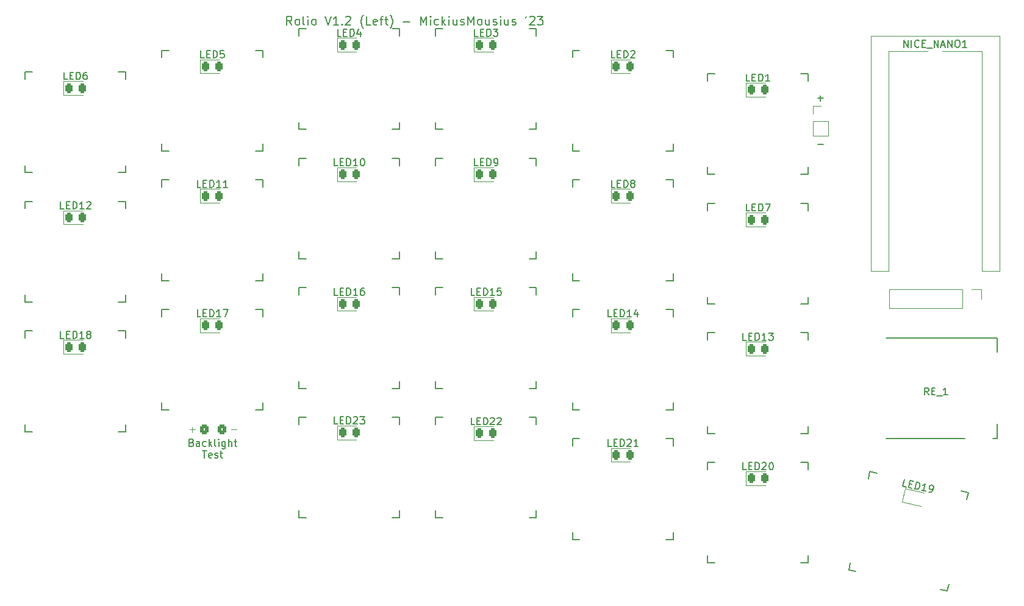
<source format=gbr>
%TF.GenerationSoftware,KiCad,Pcbnew,7.0.5-0*%
%TF.CreationDate,2023-10-18T13:26:08+10:30*%
%TF.ProjectId,Rolio,526f6c69-6f2e-46b6-9963-61645f706362,rev?*%
%TF.SameCoordinates,Original*%
%TF.FileFunction,Legend,Top*%
%TF.FilePolarity,Positive*%
%FSLAX46Y46*%
G04 Gerber Fmt 4.6, Leading zero omitted, Abs format (unit mm)*
G04 Created by KiCad (PCBNEW 7.0.5-0) date 2023-10-18 13:26:08*
%MOMM*%
%LPD*%
G01*
G04 APERTURE LIST*
G04 Aperture macros list*
%AMRoundRect*
0 Rectangle with rounded corners*
0 $1 Rounding radius*
0 $2 $3 $4 $5 $6 $7 $8 $9 X,Y pos of 4 corners*
0 Add a 4 corners polygon primitive as box body*
4,1,4,$2,$3,$4,$5,$6,$7,$8,$9,$2,$3,0*
0 Add four circle primitives for the rounded corners*
1,1,$1+$1,$2,$3*
1,1,$1+$1,$4,$5*
1,1,$1+$1,$6,$7*
1,1,$1+$1,$8,$9*
0 Add four rect primitives between the rounded corners*
20,1,$1+$1,$2,$3,$4,$5,0*
20,1,$1+$1,$4,$5,$6,$7,0*
20,1,$1+$1,$6,$7,$8,$9,0*
20,1,$1+$1,$8,$9,$2,$3,0*%
G04 Aperture macros list end*
%ADD10C,0.150000*%
%ADD11C,0.187500*%
%ADD12C,0.100000*%
%ADD13C,0.120000*%
%ADD14C,0.200000*%
%ADD15C,1.701800*%
%ADD16C,3.000000*%
%ADD17C,3.429000*%
%ADD18C,0.990600*%
%ADD19C,4.300000*%
%ADD20RoundRect,0.243750X-0.243750X-0.456250X0.243750X-0.456250X0.243750X0.456250X-0.243750X0.456250X0*%
%ADD21R,1.700000X1.700000*%
%ADD22O,1.700000X1.700000*%
%ADD23C,1.500000*%
%ADD24C,1.600000*%
%ADD25RoundRect,0.250000X0.325000X0.450000X-0.325000X0.450000X-0.325000X-0.450000X0.325000X-0.450000X0*%
%ADD26R,1.600000X1.600000*%
%ADD27O,1.600000X1.600000*%
%ADD28R,1.350000X1.350000*%
%ADD29O,1.350000X1.350000*%
%ADD30RoundRect,0.243750X-0.333283X-0.395601X0.143564X-0.496958X0.333283X0.395601X-0.143564X0.496958X0*%
%ADD31C,0.900000*%
G04 APERTURE END LIST*
D10*
X-27009621Y-10406866D02*
X-26247716Y-10406866D01*
X-26628669Y-10787819D02*
X-26628669Y-10025914D01*
X-27009621Y-16846866D02*
X-26247716Y-16846866D01*
D11*
X-100031617Y-231392D02*
X-100431617Y340036D01*
X-100717331Y-231392D02*
X-100717331Y968608D01*
X-100717331Y968608D02*
X-100260188Y968608D01*
X-100260188Y968608D02*
X-100145903Y911465D01*
X-100145903Y911465D02*
X-100088760Y854322D01*
X-100088760Y854322D02*
X-100031617Y740036D01*
X-100031617Y740036D02*
X-100031617Y568608D01*
X-100031617Y568608D02*
X-100088760Y454322D01*
X-100088760Y454322D02*
X-100145903Y397179D01*
X-100145903Y397179D02*
X-100260188Y340036D01*
X-100260188Y340036D02*
X-100717331Y340036D01*
X-99345903Y-231392D02*
X-99460188Y-174250D01*
X-99460188Y-174250D02*
X-99517331Y-117107D01*
X-99517331Y-117107D02*
X-99574474Y-2821D01*
X-99574474Y-2821D02*
X-99574474Y340036D01*
X-99574474Y340036D02*
X-99517331Y454322D01*
X-99517331Y454322D02*
X-99460188Y511465D01*
X-99460188Y511465D02*
X-99345903Y568608D01*
X-99345903Y568608D02*
X-99174474Y568608D01*
X-99174474Y568608D02*
X-99060188Y511465D01*
X-99060188Y511465D02*
X-99003045Y454322D01*
X-99003045Y454322D02*
X-98945903Y340036D01*
X-98945903Y340036D02*
X-98945903Y-2821D01*
X-98945903Y-2821D02*
X-99003045Y-117107D01*
X-99003045Y-117107D02*
X-99060188Y-174250D01*
X-99060188Y-174250D02*
X-99174474Y-231392D01*
X-99174474Y-231392D02*
X-99345903Y-231392D01*
X-98260189Y-231392D02*
X-98374474Y-174250D01*
X-98374474Y-174250D02*
X-98431617Y-59964D01*
X-98431617Y-59964D02*
X-98431617Y968608D01*
X-97803046Y-231392D02*
X-97803046Y568608D01*
X-97803046Y968608D02*
X-97860189Y911465D01*
X-97860189Y911465D02*
X-97803046Y854322D01*
X-97803046Y854322D02*
X-97745903Y911465D01*
X-97745903Y911465D02*
X-97803046Y968608D01*
X-97803046Y968608D02*
X-97803046Y854322D01*
X-97060189Y-231392D02*
X-97174474Y-174250D01*
X-97174474Y-174250D02*
X-97231617Y-117107D01*
X-97231617Y-117107D02*
X-97288760Y-2821D01*
X-97288760Y-2821D02*
X-97288760Y340036D01*
X-97288760Y340036D02*
X-97231617Y454322D01*
X-97231617Y454322D02*
X-97174474Y511465D01*
X-97174474Y511465D02*
X-97060189Y568608D01*
X-97060189Y568608D02*
X-96888760Y568608D01*
X-96888760Y568608D02*
X-96774474Y511465D01*
X-96774474Y511465D02*
X-96717331Y454322D01*
X-96717331Y454322D02*
X-96660189Y340036D01*
X-96660189Y340036D02*
X-96660189Y-2821D01*
X-96660189Y-2821D02*
X-96717331Y-117107D01*
X-96717331Y-117107D02*
X-96774474Y-174250D01*
X-96774474Y-174250D02*
X-96888760Y-231392D01*
X-96888760Y-231392D02*
X-97060189Y-231392D01*
X-95403046Y968608D02*
X-95003046Y-231392D01*
X-95003046Y-231392D02*
X-94603046Y968608D01*
X-93574475Y-231392D02*
X-94260189Y-231392D01*
X-93917332Y-231392D02*
X-93917332Y968608D01*
X-93917332Y968608D02*
X-94031618Y797179D01*
X-94031618Y797179D02*
X-94145903Y682893D01*
X-94145903Y682893D02*
X-94260189Y625750D01*
X-93060189Y-117107D02*
X-93003046Y-174250D01*
X-93003046Y-174250D02*
X-93060189Y-231392D01*
X-93060189Y-231392D02*
X-93117332Y-174250D01*
X-93117332Y-174250D02*
X-93060189Y-117107D01*
X-93060189Y-117107D02*
X-93060189Y-231392D01*
X-92545903Y854322D02*
X-92488760Y911465D01*
X-92488760Y911465D02*
X-92374474Y968608D01*
X-92374474Y968608D02*
X-92088760Y968608D01*
X-92088760Y968608D02*
X-91974474Y911465D01*
X-91974474Y911465D02*
X-91917332Y854322D01*
X-91917332Y854322D02*
X-91860189Y740036D01*
X-91860189Y740036D02*
X-91860189Y625750D01*
X-91860189Y625750D02*
X-91917332Y454322D01*
X-91917332Y454322D02*
X-92603046Y-231392D01*
X-92603046Y-231392D02*
X-91860189Y-231392D01*
X-90088760Y-688535D02*
X-90145903Y-631392D01*
X-90145903Y-631392D02*
X-90260189Y-459964D01*
X-90260189Y-459964D02*
X-90317331Y-345678D01*
X-90317331Y-345678D02*
X-90374474Y-174250D01*
X-90374474Y-174250D02*
X-90431617Y111465D01*
X-90431617Y111465D02*
X-90431617Y340036D01*
X-90431617Y340036D02*
X-90374474Y625750D01*
X-90374474Y625750D02*
X-90317331Y797179D01*
X-90317331Y797179D02*
X-90260189Y911465D01*
X-90260189Y911465D02*
X-90145903Y1082893D01*
X-90145903Y1082893D02*
X-90088760Y1140036D01*
X-89060189Y-231392D02*
X-89631617Y-231392D01*
X-89631617Y-231392D02*
X-89631617Y968608D01*
X-88203045Y-174250D02*
X-88317331Y-231392D01*
X-88317331Y-231392D02*
X-88545902Y-231392D01*
X-88545902Y-231392D02*
X-88660188Y-174250D01*
X-88660188Y-174250D02*
X-88717331Y-59964D01*
X-88717331Y-59964D02*
X-88717331Y397179D01*
X-88717331Y397179D02*
X-88660188Y511465D01*
X-88660188Y511465D02*
X-88545902Y568608D01*
X-88545902Y568608D02*
X-88317331Y568608D01*
X-88317331Y568608D02*
X-88203045Y511465D01*
X-88203045Y511465D02*
X-88145902Y397179D01*
X-88145902Y397179D02*
X-88145902Y282893D01*
X-88145902Y282893D02*
X-88717331Y168608D01*
X-87803046Y568608D02*
X-87345903Y568608D01*
X-87631617Y-231392D02*
X-87631617Y797179D01*
X-87631617Y797179D02*
X-87574474Y911465D01*
X-87574474Y911465D02*
X-87460189Y968608D01*
X-87460189Y968608D02*
X-87345903Y968608D01*
X-87117332Y568608D02*
X-86660189Y568608D01*
X-86945903Y968608D02*
X-86945903Y-59964D01*
X-86945903Y-59964D02*
X-86888760Y-174250D01*
X-86888760Y-174250D02*
X-86774475Y-231392D01*
X-86774475Y-231392D02*
X-86660189Y-231392D01*
X-86374475Y-688535D02*
X-86317332Y-631392D01*
X-86317332Y-631392D02*
X-86203046Y-459964D01*
X-86203046Y-459964D02*
X-86145903Y-345678D01*
X-86145903Y-345678D02*
X-86088761Y-174250D01*
X-86088761Y-174250D02*
X-86031618Y111465D01*
X-86031618Y111465D02*
X-86031618Y340036D01*
X-86031618Y340036D02*
X-86088761Y625750D01*
X-86088761Y625750D02*
X-86145903Y797179D01*
X-86145903Y797179D02*
X-86203046Y911465D01*
X-86203046Y911465D02*
X-86317332Y1082893D01*
X-86317332Y1082893D02*
X-86374475Y1140036D01*
X-84545903Y225750D02*
X-83631617Y225750D01*
X-82145903Y-231392D02*
X-82145903Y968608D01*
X-82145903Y968608D02*
X-81745903Y111465D01*
X-81745903Y111465D02*
X-81345903Y968608D01*
X-81345903Y968608D02*
X-81345903Y-231392D01*
X-80774474Y-231392D02*
X-80774474Y568608D01*
X-80774474Y968608D02*
X-80831617Y911465D01*
X-80831617Y911465D02*
X-80774474Y854322D01*
X-80774474Y854322D02*
X-80717331Y911465D01*
X-80717331Y911465D02*
X-80774474Y968608D01*
X-80774474Y968608D02*
X-80774474Y854322D01*
X-79688759Y-174250D02*
X-79803045Y-231392D01*
X-79803045Y-231392D02*
X-80031617Y-231392D01*
X-80031617Y-231392D02*
X-80145902Y-174250D01*
X-80145902Y-174250D02*
X-80203045Y-117107D01*
X-80203045Y-117107D02*
X-80260188Y-2821D01*
X-80260188Y-2821D02*
X-80260188Y340036D01*
X-80260188Y340036D02*
X-80203045Y454322D01*
X-80203045Y454322D02*
X-80145902Y511465D01*
X-80145902Y511465D02*
X-80031617Y568608D01*
X-80031617Y568608D02*
X-79803045Y568608D01*
X-79803045Y568608D02*
X-79688759Y511465D01*
X-79174474Y-231392D02*
X-79174474Y968608D01*
X-79060188Y225750D02*
X-78717331Y-231392D01*
X-78717331Y568608D02*
X-79174474Y111465D01*
X-78203045Y-231392D02*
X-78203045Y568608D01*
X-78203045Y968608D02*
X-78260188Y911465D01*
X-78260188Y911465D02*
X-78203045Y854322D01*
X-78203045Y854322D02*
X-78145902Y911465D01*
X-78145902Y911465D02*
X-78203045Y968608D01*
X-78203045Y968608D02*
X-78203045Y854322D01*
X-77117330Y568608D02*
X-77117330Y-231392D01*
X-77631616Y568608D02*
X-77631616Y-59964D01*
X-77631616Y-59964D02*
X-77574473Y-174250D01*
X-77574473Y-174250D02*
X-77460188Y-231392D01*
X-77460188Y-231392D02*
X-77288759Y-231392D01*
X-77288759Y-231392D02*
X-77174473Y-174250D01*
X-77174473Y-174250D02*
X-77117330Y-117107D01*
X-76603045Y-174250D02*
X-76488759Y-231392D01*
X-76488759Y-231392D02*
X-76260188Y-231392D01*
X-76260188Y-231392D02*
X-76145902Y-174250D01*
X-76145902Y-174250D02*
X-76088759Y-59964D01*
X-76088759Y-59964D02*
X-76088759Y-2821D01*
X-76088759Y-2821D02*
X-76145902Y111465D01*
X-76145902Y111465D02*
X-76260188Y168608D01*
X-76260188Y168608D02*
X-76431616Y168608D01*
X-76431616Y168608D02*
X-76545902Y225750D01*
X-76545902Y225750D02*
X-76603045Y340036D01*
X-76603045Y340036D02*
X-76603045Y397179D01*
X-76603045Y397179D02*
X-76545902Y511465D01*
X-76545902Y511465D02*
X-76431616Y568608D01*
X-76431616Y568608D02*
X-76260188Y568608D01*
X-76260188Y568608D02*
X-76145902Y511465D01*
X-75574473Y-231392D02*
X-75574473Y968608D01*
X-75574473Y968608D02*
X-75174473Y111465D01*
X-75174473Y111465D02*
X-74774473Y968608D01*
X-74774473Y968608D02*
X-74774473Y-231392D01*
X-74031616Y-231392D02*
X-74145901Y-174250D01*
X-74145901Y-174250D02*
X-74203044Y-117107D01*
X-74203044Y-117107D02*
X-74260187Y-2821D01*
X-74260187Y-2821D02*
X-74260187Y340036D01*
X-74260187Y340036D02*
X-74203044Y454322D01*
X-74203044Y454322D02*
X-74145901Y511465D01*
X-74145901Y511465D02*
X-74031616Y568608D01*
X-74031616Y568608D02*
X-73860187Y568608D01*
X-73860187Y568608D02*
X-73745901Y511465D01*
X-73745901Y511465D02*
X-73688758Y454322D01*
X-73688758Y454322D02*
X-73631616Y340036D01*
X-73631616Y340036D02*
X-73631616Y-2821D01*
X-73631616Y-2821D02*
X-73688758Y-117107D01*
X-73688758Y-117107D02*
X-73745901Y-174250D01*
X-73745901Y-174250D02*
X-73860187Y-231392D01*
X-73860187Y-231392D02*
X-74031616Y-231392D01*
X-72603044Y568608D02*
X-72603044Y-231392D01*
X-73117330Y568608D02*
X-73117330Y-59964D01*
X-73117330Y-59964D02*
X-73060187Y-174250D01*
X-73060187Y-174250D02*
X-72945902Y-231392D01*
X-72945902Y-231392D02*
X-72774473Y-231392D01*
X-72774473Y-231392D02*
X-72660187Y-174250D01*
X-72660187Y-174250D02*
X-72603044Y-117107D01*
X-72088759Y-174250D02*
X-71974473Y-231392D01*
X-71974473Y-231392D02*
X-71745902Y-231392D01*
X-71745902Y-231392D02*
X-71631616Y-174250D01*
X-71631616Y-174250D02*
X-71574473Y-59964D01*
X-71574473Y-59964D02*
X-71574473Y-2821D01*
X-71574473Y-2821D02*
X-71631616Y111465D01*
X-71631616Y111465D02*
X-71745902Y168608D01*
X-71745902Y168608D02*
X-71917330Y168608D01*
X-71917330Y168608D02*
X-72031616Y225750D01*
X-72031616Y225750D02*
X-72088759Y340036D01*
X-72088759Y340036D02*
X-72088759Y397179D01*
X-72088759Y397179D02*
X-72031616Y511465D01*
X-72031616Y511465D02*
X-71917330Y568608D01*
X-71917330Y568608D02*
X-71745902Y568608D01*
X-71745902Y568608D02*
X-71631616Y511465D01*
X-71060187Y-231392D02*
X-71060187Y568608D01*
X-71060187Y968608D02*
X-71117330Y911465D01*
X-71117330Y911465D02*
X-71060187Y854322D01*
X-71060187Y854322D02*
X-71003044Y911465D01*
X-71003044Y911465D02*
X-71060187Y968608D01*
X-71060187Y968608D02*
X-71060187Y854322D01*
X-69974472Y568608D02*
X-69974472Y-231392D01*
X-70488758Y568608D02*
X-70488758Y-59964D01*
X-70488758Y-59964D02*
X-70431615Y-174250D01*
X-70431615Y-174250D02*
X-70317330Y-231392D01*
X-70317330Y-231392D02*
X-70145901Y-231392D01*
X-70145901Y-231392D02*
X-70031615Y-174250D01*
X-70031615Y-174250D02*
X-69974472Y-117107D01*
X-69460187Y-174250D02*
X-69345901Y-231392D01*
X-69345901Y-231392D02*
X-69117330Y-231392D01*
X-69117330Y-231392D02*
X-69003044Y-174250D01*
X-69003044Y-174250D02*
X-68945901Y-59964D01*
X-68945901Y-59964D02*
X-68945901Y-2821D01*
X-68945901Y-2821D02*
X-69003044Y111465D01*
X-69003044Y111465D02*
X-69117330Y168608D01*
X-69117330Y168608D02*
X-69288758Y168608D01*
X-69288758Y168608D02*
X-69403044Y225750D01*
X-69403044Y225750D02*
X-69460187Y340036D01*
X-69460187Y340036D02*
X-69460187Y397179D01*
X-69460187Y397179D02*
X-69403044Y511465D01*
X-69403044Y511465D02*
X-69288758Y568608D01*
X-69288758Y568608D02*
X-69117330Y568608D01*
X-69117330Y568608D02*
X-69003044Y511465D01*
X-67460186Y968608D02*
X-67574472Y740036D01*
X-67003043Y854322D02*
X-66945900Y911465D01*
X-66945900Y911465D02*
X-66831614Y968608D01*
X-66831614Y968608D02*
X-66545900Y968608D01*
X-66545900Y968608D02*
X-66431614Y911465D01*
X-66431614Y911465D02*
X-66374472Y854322D01*
X-66374472Y854322D02*
X-66317329Y740036D01*
X-66317329Y740036D02*
X-66317329Y625750D01*
X-66317329Y625750D02*
X-66374472Y454322D01*
X-66374472Y454322D02*
X-67060186Y-231392D01*
X-67060186Y-231392D02*
X-66317329Y-231392D01*
X-65917329Y968608D02*
X-65174472Y968608D01*
X-65174472Y968608D02*
X-65574472Y511465D01*
X-65574472Y511465D02*
X-65403043Y511465D01*
X-65403043Y511465D02*
X-65288757Y454322D01*
X-65288757Y454322D02*
X-65231615Y397179D01*
X-65231615Y397179D02*
X-65174472Y282893D01*
X-65174472Y282893D02*
X-65174472Y-2821D01*
X-65174472Y-2821D02*
X-65231615Y-117107D01*
X-65231615Y-117107D02*
X-65288757Y-174250D01*
X-65288757Y-174250D02*
X-65403043Y-231392D01*
X-65403043Y-231392D02*
X-65745900Y-231392D01*
X-65745900Y-231392D02*
X-65860186Y-174250D01*
X-65860186Y-174250D02*
X-65917329Y-117107D01*
D10*
X-113937163Y-58274009D02*
X-113794306Y-58321628D01*
X-113794306Y-58321628D02*
X-113746687Y-58369247D01*
X-113746687Y-58369247D02*
X-113699068Y-58464485D01*
X-113699068Y-58464485D02*
X-113699068Y-58607342D01*
X-113699068Y-58607342D02*
X-113746687Y-58702580D01*
X-113746687Y-58702580D02*
X-113794306Y-58750200D01*
X-113794306Y-58750200D02*
X-113889544Y-58797819D01*
X-113889544Y-58797819D02*
X-114270496Y-58797819D01*
X-114270496Y-58797819D02*
X-114270496Y-57797819D01*
X-114270496Y-57797819D02*
X-113937163Y-57797819D01*
X-113937163Y-57797819D02*
X-113841925Y-57845438D01*
X-113841925Y-57845438D02*
X-113794306Y-57893057D01*
X-113794306Y-57893057D02*
X-113746687Y-57988295D01*
X-113746687Y-57988295D02*
X-113746687Y-58083533D01*
X-113746687Y-58083533D02*
X-113794306Y-58178771D01*
X-113794306Y-58178771D02*
X-113841925Y-58226390D01*
X-113841925Y-58226390D02*
X-113937163Y-58274009D01*
X-113937163Y-58274009D02*
X-114270496Y-58274009D01*
X-112841925Y-58797819D02*
X-112841925Y-58274009D01*
X-112841925Y-58274009D02*
X-112889544Y-58178771D01*
X-112889544Y-58178771D02*
X-112984782Y-58131152D01*
X-112984782Y-58131152D02*
X-113175258Y-58131152D01*
X-113175258Y-58131152D02*
X-113270496Y-58178771D01*
X-112841925Y-58750200D02*
X-112937163Y-58797819D01*
X-112937163Y-58797819D02*
X-113175258Y-58797819D01*
X-113175258Y-58797819D02*
X-113270496Y-58750200D01*
X-113270496Y-58750200D02*
X-113318115Y-58654961D01*
X-113318115Y-58654961D02*
X-113318115Y-58559723D01*
X-113318115Y-58559723D02*
X-113270496Y-58464485D01*
X-113270496Y-58464485D02*
X-113175258Y-58416866D01*
X-113175258Y-58416866D02*
X-112937163Y-58416866D01*
X-112937163Y-58416866D02*
X-112841925Y-58369247D01*
X-111937163Y-58750200D02*
X-112032401Y-58797819D01*
X-112032401Y-58797819D02*
X-112222877Y-58797819D01*
X-112222877Y-58797819D02*
X-112318115Y-58750200D01*
X-112318115Y-58750200D02*
X-112365734Y-58702580D01*
X-112365734Y-58702580D02*
X-112413353Y-58607342D01*
X-112413353Y-58607342D02*
X-112413353Y-58321628D01*
X-112413353Y-58321628D02*
X-112365734Y-58226390D01*
X-112365734Y-58226390D02*
X-112318115Y-58178771D01*
X-112318115Y-58178771D02*
X-112222877Y-58131152D01*
X-112222877Y-58131152D02*
X-112032401Y-58131152D01*
X-112032401Y-58131152D02*
X-111937163Y-58178771D01*
X-111508591Y-58797819D02*
X-111508591Y-57797819D01*
X-111413353Y-58416866D02*
X-111127639Y-58797819D01*
X-111127639Y-58131152D02*
X-111508591Y-58512104D01*
X-110556210Y-58797819D02*
X-110651448Y-58750200D01*
X-110651448Y-58750200D02*
X-110699067Y-58654961D01*
X-110699067Y-58654961D02*
X-110699067Y-57797819D01*
X-110175257Y-58797819D02*
X-110175257Y-58131152D01*
X-110175257Y-57797819D02*
X-110222876Y-57845438D01*
X-110222876Y-57845438D02*
X-110175257Y-57893057D01*
X-110175257Y-57893057D02*
X-110127638Y-57845438D01*
X-110127638Y-57845438D02*
X-110175257Y-57797819D01*
X-110175257Y-57797819D02*
X-110175257Y-57893057D01*
X-109270496Y-58131152D02*
X-109270496Y-58940676D01*
X-109270496Y-58940676D02*
X-109318115Y-59035914D01*
X-109318115Y-59035914D02*
X-109365734Y-59083533D01*
X-109365734Y-59083533D02*
X-109460972Y-59131152D01*
X-109460972Y-59131152D02*
X-109603829Y-59131152D01*
X-109603829Y-59131152D02*
X-109699067Y-59083533D01*
X-109270496Y-58750200D02*
X-109365734Y-58797819D01*
X-109365734Y-58797819D02*
X-109556210Y-58797819D01*
X-109556210Y-58797819D02*
X-109651448Y-58750200D01*
X-109651448Y-58750200D02*
X-109699067Y-58702580D01*
X-109699067Y-58702580D02*
X-109746686Y-58607342D01*
X-109746686Y-58607342D02*
X-109746686Y-58321628D01*
X-109746686Y-58321628D02*
X-109699067Y-58226390D01*
X-109699067Y-58226390D02*
X-109651448Y-58178771D01*
X-109651448Y-58178771D02*
X-109556210Y-58131152D01*
X-109556210Y-58131152D02*
X-109365734Y-58131152D01*
X-109365734Y-58131152D02*
X-109270496Y-58178771D01*
X-108794305Y-58797819D02*
X-108794305Y-57797819D01*
X-108365734Y-58797819D02*
X-108365734Y-58274009D01*
X-108365734Y-58274009D02*
X-108413353Y-58178771D01*
X-108413353Y-58178771D02*
X-108508591Y-58131152D01*
X-108508591Y-58131152D02*
X-108651448Y-58131152D01*
X-108651448Y-58131152D02*
X-108746686Y-58178771D01*
X-108746686Y-58178771D02*
X-108794305Y-58226390D01*
X-108032400Y-58131152D02*
X-107651448Y-58131152D01*
X-107889543Y-57797819D02*
X-107889543Y-58654961D01*
X-107889543Y-58654961D02*
X-107841924Y-58750200D01*
X-107841924Y-58750200D02*
X-107746686Y-58797819D01*
X-107746686Y-58797819D02*
X-107651448Y-58797819D01*
X-112437162Y-59407819D02*
X-111865734Y-59407819D01*
X-112151448Y-60407819D02*
X-112151448Y-59407819D01*
X-111151448Y-60360200D02*
X-111246686Y-60407819D01*
X-111246686Y-60407819D02*
X-111437162Y-60407819D01*
X-111437162Y-60407819D02*
X-111532400Y-60360200D01*
X-111532400Y-60360200D02*
X-111580019Y-60264961D01*
X-111580019Y-60264961D02*
X-111580019Y-59884009D01*
X-111580019Y-59884009D02*
X-111532400Y-59788771D01*
X-111532400Y-59788771D02*
X-111437162Y-59741152D01*
X-111437162Y-59741152D02*
X-111246686Y-59741152D01*
X-111246686Y-59741152D02*
X-111151448Y-59788771D01*
X-111151448Y-59788771D02*
X-111103829Y-59884009D01*
X-111103829Y-59884009D02*
X-111103829Y-59979247D01*
X-111103829Y-59979247D02*
X-111580019Y-60074485D01*
X-110722876Y-60360200D02*
X-110627638Y-60407819D01*
X-110627638Y-60407819D02*
X-110437162Y-60407819D01*
X-110437162Y-60407819D02*
X-110341924Y-60360200D01*
X-110341924Y-60360200D02*
X-110294305Y-60264961D01*
X-110294305Y-60264961D02*
X-110294305Y-60217342D01*
X-110294305Y-60217342D02*
X-110341924Y-60122104D01*
X-110341924Y-60122104D02*
X-110437162Y-60074485D01*
X-110437162Y-60074485D02*
X-110580019Y-60074485D01*
X-110580019Y-60074485D02*
X-110675257Y-60026866D01*
X-110675257Y-60026866D02*
X-110722876Y-59931628D01*
X-110722876Y-59931628D02*
X-110722876Y-59884009D01*
X-110722876Y-59884009D02*
X-110675257Y-59788771D01*
X-110675257Y-59788771D02*
X-110580019Y-59741152D01*
X-110580019Y-59741152D02*
X-110437162Y-59741152D01*
X-110437162Y-59741152D02*
X-110341924Y-59788771D01*
X-110008590Y-59741152D02*
X-109627638Y-59741152D01*
X-109865733Y-59407819D02*
X-109865733Y-60264961D01*
X-109865733Y-60264961D02*
X-109818114Y-60360200D01*
X-109818114Y-60360200D02*
X-109722876Y-60407819D01*
X-109722876Y-60407819D02*
X-109627638Y-60407819D01*
%TO.C,LED3*%
X-74181448Y-1803819D02*
X-74657638Y-1803819D01*
X-74657638Y-1803819D02*
X-74657638Y-803819D01*
X-73848114Y-1280009D02*
X-73514781Y-1280009D01*
X-73371924Y-1803819D02*
X-73848114Y-1803819D01*
X-73848114Y-1803819D02*
X-73848114Y-803819D01*
X-73848114Y-803819D02*
X-73371924Y-803819D01*
X-72943352Y-1803819D02*
X-72943352Y-803819D01*
X-72943352Y-803819D02*
X-72705257Y-803819D01*
X-72705257Y-803819D02*
X-72562400Y-851438D01*
X-72562400Y-851438D02*
X-72467162Y-946676D01*
X-72467162Y-946676D02*
X-72419543Y-1041914D01*
X-72419543Y-1041914D02*
X-72371924Y-1232390D01*
X-72371924Y-1232390D02*
X-72371924Y-1375247D01*
X-72371924Y-1375247D02*
X-72419543Y-1565723D01*
X-72419543Y-1565723D02*
X-72467162Y-1660961D01*
X-72467162Y-1660961D02*
X-72562400Y-1756200D01*
X-72562400Y-1756200D02*
X-72705257Y-1803819D01*
X-72705257Y-1803819D02*
X-72943352Y-1803819D01*
X-72038590Y-803819D02*
X-71419543Y-803819D01*
X-71419543Y-803819D02*
X-71752876Y-1184771D01*
X-71752876Y-1184771D02*
X-71610019Y-1184771D01*
X-71610019Y-1184771D02*
X-71514781Y-1232390D01*
X-71514781Y-1232390D02*
X-71467162Y-1280009D01*
X-71467162Y-1280009D02*
X-71419543Y-1375247D01*
X-71419543Y-1375247D02*
X-71419543Y-1613342D01*
X-71419543Y-1613342D02*
X-71467162Y-1708580D01*
X-71467162Y-1708580D02*
X-71514781Y-1756200D01*
X-71514781Y-1756200D02*
X-71610019Y-1803819D01*
X-71610019Y-1803819D02*
X-71895733Y-1803819D01*
X-71895733Y-1803819D02*
X-71990971Y-1756200D01*
X-71990971Y-1756200D02*
X-72038590Y-1708580D01*
%TO.C,LED15*%
X-74657639Y-37803819D02*
X-75133829Y-37803819D01*
X-75133829Y-37803819D02*
X-75133829Y-36803819D01*
X-74324305Y-37280009D02*
X-73990972Y-37280009D01*
X-73848115Y-37803819D02*
X-74324305Y-37803819D01*
X-74324305Y-37803819D02*
X-74324305Y-36803819D01*
X-74324305Y-36803819D02*
X-73848115Y-36803819D01*
X-73419543Y-37803819D02*
X-73419543Y-36803819D01*
X-73419543Y-36803819D02*
X-73181448Y-36803819D01*
X-73181448Y-36803819D02*
X-73038591Y-36851438D01*
X-73038591Y-36851438D02*
X-72943353Y-36946676D01*
X-72943353Y-36946676D02*
X-72895734Y-37041914D01*
X-72895734Y-37041914D02*
X-72848115Y-37232390D01*
X-72848115Y-37232390D02*
X-72848115Y-37375247D01*
X-72848115Y-37375247D02*
X-72895734Y-37565723D01*
X-72895734Y-37565723D02*
X-72943353Y-37660961D01*
X-72943353Y-37660961D02*
X-73038591Y-37756200D01*
X-73038591Y-37756200D02*
X-73181448Y-37803819D01*
X-73181448Y-37803819D02*
X-73419543Y-37803819D01*
X-71895734Y-37803819D02*
X-72467162Y-37803819D01*
X-72181448Y-37803819D02*
X-72181448Y-36803819D01*
X-72181448Y-36803819D02*
X-72276686Y-36946676D01*
X-72276686Y-36946676D02*
X-72371924Y-37041914D01*
X-72371924Y-37041914D02*
X-72467162Y-37089533D01*
X-70990972Y-36803819D02*
X-71467162Y-36803819D01*
X-71467162Y-36803819D02*
X-71514781Y-37280009D01*
X-71514781Y-37280009D02*
X-71467162Y-37232390D01*
X-71467162Y-37232390D02*
X-71371924Y-37184771D01*
X-71371924Y-37184771D02*
X-71133829Y-37184771D01*
X-71133829Y-37184771D02*
X-71038591Y-37232390D01*
X-71038591Y-37232390D02*
X-70990972Y-37280009D01*
X-70990972Y-37280009D02*
X-70943353Y-37375247D01*
X-70943353Y-37375247D02*
X-70943353Y-37613342D01*
X-70943353Y-37613342D02*
X-70990972Y-37708580D01*
X-70990972Y-37708580D02*
X-71038591Y-37756200D01*
X-71038591Y-37756200D02*
X-71133829Y-37803819D01*
X-71133829Y-37803819D02*
X-71371924Y-37803819D01*
X-71371924Y-37803819D02*
X-71467162Y-37756200D01*
X-71467162Y-37756200D02*
X-71514781Y-37708580D01*
%TO.C,LED4*%
X-93181448Y-1803819D02*
X-93657638Y-1803819D01*
X-93657638Y-1803819D02*
X-93657638Y-803819D01*
X-92848114Y-1280009D02*
X-92514781Y-1280009D01*
X-92371924Y-1803819D02*
X-92848114Y-1803819D01*
X-92848114Y-1803819D02*
X-92848114Y-803819D01*
X-92848114Y-803819D02*
X-92371924Y-803819D01*
X-91943352Y-1803819D02*
X-91943352Y-803819D01*
X-91943352Y-803819D02*
X-91705257Y-803819D01*
X-91705257Y-803819D02*
X-91562400Y-851438D01*
X-91562400Y-851438D02*
X-91467162Y-946676D01*
X-91467162Y-946676D02*
X-91419543Y-1041914D01*
X-91419543Y-1041914D02*
X-91371924Y-1232390D01*
X-91371924Y-1232390D02*
X-91371924Y-1375247D01*
X-91371924Y-1375247D02*
X-91419543Y-1565723D01*
X-91419543Y-1565723D02*
X-91467162Y-1660961D01*
X-91467162Y-1660961D02*
X-91562400Y-1756200D01*
X-91562400Y-1756200D02*
X-91705257Y-1803819D01*
X-91705257Y-1803819D02*
X-91943352Y-1803819D01*
X-90514781Y-1137152D02*
X-90514781Y-1803819D01*
X-90752876Y-756200D02*
X-90990971Y-1470485D01*
X-90990971Y-1470485D02*
X-90371924Y-1470485D01*
%TO.C,LED1*%
X-36448548Y-8053819D02*
X-36924738Y-8053819D01*
X-36924738Y-8053819D02*
X-36924738Y-7053819D01*
X-36115214Y-7530009D02*
X-35781881Y-7530009D01*
X-35639024Y-8053819D02*
X-36115214Y-8053819D01*
X-36115214Y-8053819D02*
X-36115214Y-7053819D01*
X-36115214Y-7053819D02*
X-35639024Y-7053819D01*
X-35210452Y-8053819D02*
X-35210452Y-7053819D01*
X-35210452Y-7053819D02*
X-34972357Y-7053819D01*
X-34972357Y-7053819D02*
X-34829500Y-7101438D01*
X-34829500Y-7101438D02*
X-34734262Y-7196676D01*
X-34734262Y-7196676D02*
X-34686643Y-7291914D01*
X-34686643Y-7291914D02*
X-34639024Y-7482390D01*
X-34639024Y-7482390D02*
X-34639024Y-7625247D01*
X-34639024Y-7625247D02*
X-34686643Y-7815723D01*
X-34686643Y-7815723D02*
X-34734262Y-7910961D01*
X-34734262Y-7910961D02*
X-34829500Y-8006200D01*
X-34829500Y-8006200D02*
X-34972357Y-8053819D01*
X-34972357Y-8053819D02*
X-35210452Y-8053819D01*
X-33686643Y-8053819D02*
X-34258071Y-8053819D01*
X-33972357Y-8053819D02*
X-33972357Y-7053819D01*
X-33972357Y-7053819D02*
X-34067595Y-7196676D01*
X-34067595Y-7196676D02*
X-34162833Y-7291914D01*
X-34162833Y-7291914D02*
X-34258071Y-7339533D01*
%TO.C,RE_1*%
X-11623001Y-51668819D02*
X-11956334Y-51192628D01*
X-12194429Y-51668819D02*
X-12194429Y-50668819D01*
X-12194429Y-50668819D02*
X-11813477Y-50668819D01*
X-11813477Y-50668819D02*
X-11718239Y-50716438D01*
X-11718239Y-50716438D02*
X-11670620Y-50764057D01*
X-11670620Y-50764057D02*
X-11623001Y-50859295D01*
X-11623001Y-50859295D02*
X-11623001Y-51002152D01*
X-11623001Y-51002152D02*
X-11670620Y-51097390D01*
X-11670620Y-51097390D02*
X-11718239Y-51145009D01*
X-11718239Y-51145009D02*
X-11813477Y-51192628D01*
X-11813477Y-51192628D02*
X-12194429Y-51192628D01*
X-11194429Y-51145009D02*
X-10861096Y-51145009D01*
X-10718239Y-51668819D02*
X-11194429Y-51668819D01*
X-11194429Y-51668819D02*
X-11194429Y-50668819D01*
X-11194429Y-50668819D02*
X-10718239Y-50668819D01*
X-10527762Y-51764057D02*
X-9765858Y-51764057D01*
X-9003953Y-51668819D02*
X-9575381Y-51668819D01*
X-9289667Y-51668819D02*
X-9289667Y-50668819D01*
X-9289667Y-50668819D02*
X-9384905Y-50811676D01*
X-9384905Y-50811676D02*
X-9480143Y-50906914D01*
X-9480143Y-50906914D02*
X-9575381Y-50954533D01*
%TO.C,LED13*%
X-36924739Y-44053819D02*
X-37400929Y-44053819D01*
X-37400929Y-44053819D02*
X-37400929Y-43053819D01*
X-36591405Y-43530009D02*
X-36258072Y-43530009D01*
X-36115215Y-44053819D02*
X-36591405Y-44053819D01*
X-36591405Y-44053819D02*
X-36591405Y-43053819D01*
X-36591405Y-43053819D02*
X-36115215Y-43053819D01*
X-35686643Y-44053819D02*
X-35686643Y-43053819D01*
X-35686643Y-43053819D02*
X-35448548Y-43053819D01*
X-35448548Y-43053819D02*
X-35305691Y-43101438D01*
X-35305691Y-43101438D02*
X-35210453Y-43196676D01*
X-35210453Y-43196676D02*
X-35162834Y-43291914D01*
X-35162834Y-43291914D02*
X-35115215Y-43482390D01*
X-35115215Y-43482390D02*
X-35115215Y-43625247D01*
X-35115215Y-43625247D02*
X-35162834Y-43815723D01*
X-35162834Y-43815723D02*
X-35210453Y-43910961D01*
X-35210453Y-43910961D02*
X-35305691Y-44006200D01*
X-35305691Y-44006200D02*
X-35448548Y-44053819D01*
X-35448548Y-44053819D02*
X-35686643Y-44053819D01*
X-34162834Y-44053819D02*
X-34734262Y-44053819D01*
X-34448548Y-44053819D02*
X-34448548Y-43053819D01*
X-34448548Y-43053819D02*
X-34543786Y-43196676D01*
X-34543786Y-43196676D02*
X-34639024Y-43291914D01*
X-34639024Y-43291914D02*
X-34734262Y-43339533D01*
X-33829500Y-43053819D02*
X-33210453Y-43053819D01*
X-33210453Y-43053819D02*
X-33543786Y-43434771D01*
X-33543786Y-43434771D02*
X-33400929Y-43434771D01*
X-33400929Y-43434771D02*
X-33305691Y-43482390D01*
X-33305691Y-43482390D02*
X-33258072Y-43530009D01*
X-33258072Y-43530009D02*
X-33210453Y-43625247D01*
X-33210453Y-43625247D02*
X-33210453Y-43863342D01*
X-33210453Y-43863342D02*
X-33258072Y-43958580D01*
X-33258072Y-43958580D02*
X-33305691Y-44006200D01*
X-33305691Y-44006200D02*
X-33400929Y-44053819D01*
X-33400929Y-44053819D02*
X-33686643Y-44053819D01*
X-33686643Y-44053819D02*
X-33781881Y-44006200D01*
X-33781881Y-44006200D02*
X-33829500Y-43958580D01*
%TO.C,LED23*%
X-93657639Y-55703819D02*
X-94133829Y-55703819D01*
X-94133829Y-55703819D02*
X-94133829Y-54703819D01*
X-93324305Y-55180009D02*
X-92990972Y-55180009D01*
X-92848115Y-55703819D02*
X-93324305Y-55703819D01*
X-93324305Y-55703819D02*
X-93324305Y-54703819D01*
X-93324305Y-54703819D02*
X-92848115Y-54703819D01*
X-92419543Y-55703819D02*
X-92419543Y-54703819D01*
X-92419543Y-54703819D02*
X-92181448Y-54703819D01*
X-92181448Y-54703819D02*
X-92038591Y-54751438D01*
X-92038591Y-54751438D02*
X-91943353Y-54846676D01*
X-91943353Y-54846676D02*
X-91895734Y-54941914D01*
X-91895734Y-54941914D02*
X-91848115Y-55132390D01*
X-91848115Y-55132390D02*
X-91848115Y-55275247D01*
X-91848115Y-55275247D02*
X-91895734Y-55465723D01*
X-91895734Y-55465723D02*
X-91943353Y-55560961D01*
X-91943353Y-55560961D02*
X-92038591Y-55656200D01*
X-92038591Y-55656200D02*
X-92181448Y-55703819D01*
X-92181448Y-55703819D02*
X-92419543Y-55703819D01*
X-91467162Y-54799057D02*
X-91419543Y-54751438D01*
X-91419543Y-54751438D02*
X-91324305Y-54703819D01*
X-91324305Y-54703819D02*
X-91086210Y-54703819D01*
X-91086210Y-54703819D02*
X-90990972Y-54751438D01*
X-90990972Y-54751438D02*
X-90943353Y-54799057D01*
X-90943353Y-54799057D02*
X-90895734Y-54894295D01*
X-90895734Y-54894295D02*
X-90895734Y-54989533D01*
X-90895734Y-54989533D02*
X-90943353Y-55132390D01*
X-90943353Y-55132390D02*
X-91514781Y-55703819D01*
X-91514781Y-55703819D02*
X-90895734Y-55703819D01*
X-90562400Y-54703819D02*
X-89943353Y-54703819D01*
X-89943353Y-54703819D02*
X-90276686Y-55084771D01*
X-90276686Y-55084771D02*
X-90133829Y-55084771D01*
X-90133829Y-55084771D02*
X-90038591Y-55132390D01*
X-90038591Y-55132390D02*
X-89990972Y-55180009D01*
X-89990972Y-55180009D02*
X-89943353Y-55275247D01*
X-89943353Y-55275247D02*
X-89943353Y-55513342D01*
X-89943353Y-55513342D02*
X-89990972Y-55608580D01*
X-89990972Y-55608580D02*
X-90038591Y-55656200D01*
X-90038591Y-55656200D02*
X-90133829Y-55703819D01*
X-90133829Y-55703819D02*
X-90419543Y-55703819D01*
X-90419543Y-55703819D02*
X-90514781Y-55656200D01*
X-90514781Y-55656200D02*
X-90562400Y-55608580D01*
%TO.C,LED10*%
X-93657639Y-19803819D02*
X-94133829Y-19803819D01*
X-94133829Y-19803819D02*
X-94133829Y-18803819D01*
X-93324305Y-19280009D02*
X-92990972Y-19280009D01*
X-92848115Y-19803819D02*
X-93324305Y-19803819D01*
X-93324305Y-19803819D02*
X-93324305Y-18803819D01*
X-93324305Y-18803819D02*
X-92848115Y-18803819D01*
X-92419543Y-19803819D02*
X-92419543Y-18803819D01*
X-92419543Y-18803819D02*
X-92181448Y-18803819D01*
X-92181448Y-18803819D02*
X-92038591Y-18851438D01*
X-92038591Y-18851438D02*
X-91943353Y-18946676D01*
X-91943353Y-18946676D02*
X-91895734Y-19041914D01*
X-91895734Y-19041914D02*
X-91848115Y-19232390D01*
X-91848115Y-19232390D02*
X-91848115Y-19375247D01*
X-91848115Y-19375247D02*
X-91895734Y-19565723D01*
X-91895734Y-19565723D02*
X-91943353Y-19660961D01*
X-91943353Y-19660961D02*
X-92038591Y-19756200D01*
X-92038591Y-19756200D02*
X-92181448Y-19803819D01*
X-92181448Y-19803819D02*
X-92419543Y-19803819D01*
X-90895734Y-19803819D02*
X-91467162Y-19803819D01*
X-91181448Y-19803819D02*
X-91181448Y-18803819D01*
X-91181448Y-18803819D02*
X-91276686Y-18946676D01*
X-91276686Y-18946676D02*
X-91371924Y-19041914D01*
X-91371924Y-19041914D02*
X-91467162Y-19089533D01*
X-90276686Y-18803819D02*
X-90181448Y-18803819D01*
X-90181448Y-18803819D02*
X-90086210Y-18851438D01*
X-90086210Y-18851438D02*
X-90038591Y-18899057D01*
X-90038591Y-18899057D02*
X-89990972Y-18994295D01*
X-89990972Y-18994295D02*
X-89943353Y-19184771D01*
X-89943353Y-19184771D02*
X-89943353Y-19422866D01*
X-89943353Y-19422866D02*
X-89990972Y-19613342D01*
X-89990972Y-19613342D02*
X-90038591Y-19708580D01*
X-90038591Y-19708580D02*
X-90086210Y-19756200D01*
X-90086210Y-19756200D02*
X-90181448Y-19803819D01*
X-90181448Y-19803819D02*
X-90276686Y-19803819D01*
X-90276686Y-19803819D02*
X-90371924Y-19756200D01*
X-90371924Y-19756200D02*
X-90419543Y-19708580D01*
X-90419543Y-19708580D02*
X-90467162Y-19613342D01*
X-90467162Y-19613342D02*
X-90514781Y-19422866D01*
X-90514781Y-19422866D02*
X-90514781Y-19184771D01*
X-90514781Y-19184771D02*
X-90467162Y-18994295D01*
X-90467162Y-18994295D02*
X-90419543Y-18899057D01*
X-90419543Y-18899057D02*
X-90371924Y-18851438D01*
X-90371924Y-18851438D02*
X-90276686Y-18803819D01*
%TO.C,LED17*%
X-112657639Y-40803819D02*
X-113133829Y-40803819D01*
X-113133829Y-40803819D02*
X-113133829Y-39803819D01*
X-112324305Y-40280009D02*
X-111990972Y-40280009D01*
X-111848115Y-40803819D02*
X-112324305Y-40803819D01*
X-112324305Y-40803819D02*
X-112324305Y-39803819D01*
X-112324305Y-39803819D02*
X-111848115Y-39803819D01*
X-111419543Y-40803819D02*
X-111419543Y-39803819D01*
X-111419543Y-39803819D02*
X-111181448Y-39803819D01*
X-111181448Y-39803819D02*
X-111038591Y-39851438D01*
X-111038591Y-39851438D02*
X-110943353Y-39946676D01*
X-110943353Y-39946676D02*
X-110895734Y-40041914D01*
X-110895734Y-40041914D02*
X-110848115Y-40232390D01*
X-110848115Y-40232390D02*
X-110848115Y-40375247D01*
X-110848115Y-40375247D02*
X-110895734Y-40565723D01*
X-110895734Y-40565723D02*
X-110943353Y-40660961D01*
X-110943353Y-40660961D02*
X-111038591Y-40756200D01*
X-111038591Y-40756200D02*
X-111181448Y-40803819D01*
X-111181448Y-40803819D02*
X-111419543Y-40803819D01*
X-109895734Y-40803819D02*
X-110467162Y-40803819D01*
X-110181448Y-40803819D02*
X-110181448Y-39803819D01*
X-110181448Y-39803819D02*
X-110276686Y-39946676D01*
X-110276686Y-39946676D02*
X-110371924Y-40041914D01*
X-110371924Y-40041914D02*
X-110467162Y-40089533D01*
X-109562400Y-39803819D02*
X-108895734Y-39803819D01*
X-108895734Y-39803819D02*
X-109324305Y-40803819D01*
D12*
%TO.C,TP1*%
X-107666285Y-56482533D02*
X-108428189Y-56482533D01*
X-113475810Y-56482533D02*
X-114237714Y-56482533D01*
X-113856762Y-56101580D02*
X-113856762Y-56863485D01*
D10*
%TO.C,LED20*%
X-36924739Y-62053819D02*
X-37400929Y-62053819D01*
X-37400929Y-62053819D02*
X-37400929Y-61053819D01*
X-36591405Y-61530009D02*
X-36258072Y-61530009D01*
X-36115215Y-62053819D02*
X-36591405Y-62053819D01*
X-36591405Y-62053819D02*
X-36591405Y-61053819D01*
X-36591405Y-61053819D02*
X-36115215Y-61053819D01*
X-35686643Y-62053819D02*
X-35686643Y-61053819D01*
X-35686643Y-61053819D02*
X-35448548Y-61053819D01*
X-35448548Y-61053819D02*
X-35305691Y-61101438D01*
X-35305691Y-61101438D02*
X-35210453Y-61196676D01*
X-35210453Y-61196676D02*
X-35162834Y-61291914D01*
X-35162834Y-61291914D02*
X-35115215Y-61482390D01*
X-35115215Y-61482390D02*
X-35115215Y-61625247D01*
X-35115215Y-61625247D02*
X-35162834Y-61815723D01*
X-35162834Y-61815723D02*
X-35210453Y-61910961D01*
X-35210453Y-61910961D02*
X-35305691Y-62006200D01*
X-35305691Y-62006200D02*
X-35448548Y-62053819D01*
X-35448548Y-62053819D02*
X-35686643Y-62053819D01*
X-34734262Y-61149057D02*
X-34686643Y-61101438D01*
X-34686643Y-61101438D02*
X-34591405Y-61053819D01*
X-34591405Y-61053819D02*
X-34353310Y-61053819D01*
X-34353310Y-61053819D02*
X-34258072Y-61101438D01*
X-34258072Y-61101438D02*
X-34210453Y-61149057D01*
X-34210453Y-61149057D02*
X-34162834Y-61244295D01*
X-34162834Y-61244295D02*
X-34162834Y-61339533D01*
X-34162834Y-61339533D02*
X-34210453Y-61482390D01*
X-34210453Y-61482390D02*
X-34781881Y-62053819D01*
X-34781881Y-62053819D02*
X-34162834Y-62053819D01*
X-33543786Y-61053819D02*
X-33448548Y-61053819D01*
X-33448548Y-61053819D02*
X-33353310Y-61101438D01*
X-33353310Y-61101438D02*
X-33305691Y-61149057D01*
X-33305691Y-61149057D02*
X-33258072Y-61244295D01*
X-33258072Y-61244295D02*
X-33210453Y-61434771D01*
X-33210453Y-61434771D02*
X-33210453Y-61672866D01*
X-33210453Y-61672866D02*
X-33258072Y-61863342D01*
X-33258072Y-61863342D02*
X-33305691Y-61958580D01*
X-33305691Y-61958580D02*
X-33353310Y-62006200D01*
X-33353310Y-62006200D02*
X-33448548Y-62053819D01*
X-33448548Y-62053819D02*
X-33543786Y-62053819D01*
X-33543786Y-62053819D02*
X-33639024Y-62006200D01*
X-33639024Y-62006200D02*
X-33686643Y-61958580D01*
X-33686643Y-61958580D02*
X-33734262Y-61863342D01*
X-33734262Y-61863342D02*
X-33781881Y-61672866D01*
X-33781881Y-61672866D02*
X-33781881Y-61434771D01*
X-33781881Y-61434771D02*
X-33734262Y-61244295D01*
X-33734262Y-61244295D02*
X-33686643Y-61149057D01*
X-33686643Y-61149057D02*
X-33639024Y-61101438D01*
X-33639024Y-61101438D02*
X-33543786Y-61053819D01*
%TO.C,LED18*%
X-131657639Y-43803819D02*
X-132133829Y-43803819D01*
X-132133829Y-43803819D02*
X-132133829Y-42803819D01*
X-131324305Y-43280009D02*
X-130990972Y-43280009D01*
X-130848115Y-43803819D02*
X-131324305Y-43803819D01*
X-131324305Y-43803819D02*
X-131324305Y-42803819D01*
X-131324305Y-42803819D02*
X-130848115Y-42803819D01*
X-130419543Y-43803819D02*
X-130419543Y-42803819D01*
X-130419543Y-42803819D02*
X-130181448Y-42803819D01*
X-130181448Y-42803819D02*
X-130038591Y-42851438D01*
X-130038591Y-42851438D02*
X-129943353Y-42946676D01*
X-129943353Y-42946676D02*
X-129895734Y-43041914D01*
X-129895734Y-43041914D02*
X-129848115Y-43232390D01*
X-129848115Y-43232390D02*
X-129848115Y-43375247D01*
X-129848115Y-43375247D02*
X-129895734Y-43565723D01*
X-129895734Y-43565723D02*
X-129943353Y-43660961D01*
X-129943353Y-43660961D02*
X-130038591Y-43756200D01*
X-130038591Y-43756200D02*
X-130181448Y-43803819D01*
X-130181448Y-43803819D02*
X-130419543Y-43803819D01*
X-128895734Y-43803819D02*
X-129467162Y-43803819D01*
X-129181448Y-43803819D02*
X-129181448Y-42803819D01*
X-129181448Y-42803819D02*
X-129276686Y-42946676D01*
X-129276686Y-42946676D02*
X-129371924Y-43041914D01*
X-129371924Y-43041914D02*
X-129467162Y-43089533D01*
X-128324305Y-43232390D02*
X-128419543Y-43184771D01*
X-128419543Y-43184771D02*
X-128467162Y-43137152D01*
X-128467162Y-43137152D02*
X-128514781Y-43041914D01*
X-128514781Y-43041914D02*
X-128514781Y-42994295D01*
X-128514781Y-42994295D02*
X-128467162Y-42899057D01*
X-128467162Y-42899057D02*
X-128419543Y-42851438D01*
X-128419543Y-42851438D02*
X-128324305Y-42803819D01*
X-128324305Y-42803819D02*
X-128133829Y-42803819D01*
X-128133829Y-42803819D02*
X-128038591Y-42851438D01*
X-128038591Y-42851438D02*
X-127990972Y-42899057D01*
X-127990972Y-42899057D02*
X-127943353Y-42994295D01*
X-127943353Y-42994295D02*
X-127943353Y-43041914D01*
X-127943353Y-43041914D02*
X-127990972Y-43137152D01*
X-127990972Y-43137152D02*
X-128038591Y-43184771D01*
X-128038591Y-43184771D02*
X-128133829Y-43232390D01*
X-128133829Y-43232390D02*
X-128324305Y-43232390D01*
X-128324305Y-43232390D02*
X-128419543Y-43280009D01*
X-128419543Y-43280009D02*
X-128467162Y-43327628D01*
X-128467162Y-43327628D02*
X-128514781Y-43422866D01*
X-128514781Y-43422866D02*
X-128514781Y-43613342D01*
X-128514781Y-43613342D02*
X-128467162Y-43708580D01*
X-128467162Y-43708580D02*
X-128419543Y-43756200D01*
X-128419543Y-43756200D02*
X-128324305Y-43803819D01*
X-128324305Y-43803819D02*
X-128133829Y-43803819D01*
X-128133829Y-43803819D02*
X-128038591Y-43756200D01*
X-128038591Y-43756200D02*
X-127990972Y-43708580D01*
X-127990972Y-43708580D02*
X-127943353Y-43613342D01*
X-127943353Y-43613342D02*
X-127943353Y-43422866D01*
X-127943353Y-43422866D02*
X-127990972Y-43327628D01*
X-127990972Y-43327628D02*
X-128038591Y-43280009D01*
X-128038591Y-43280009D02*
X-128133829Y-43232390D01*
%TO.C,LED8*%
X-55181448Y-22803819D02*
X-55657638Y-22803819D01*
X-55657638Y-22803819D02*
X-55657638Y-21803819D01*
X-54848114Y-22280009D02*
X-54514781Y-22280009D01*
X-54371924Y-22803819D02*
X-54848114Y-22803819D01*
X-54848114Y-22803819D02*
X-54848114Y-21803819D01*
X-54848114Y-21803819D02*
X-54371924Y-21803819D01*
X-53943352Y-22803819D02*
X-53943352Y-21803819D01*
X-53943352Y-21803819D02*
X-53705257Y-21803819D01*
X-53705257Y-21803819D02*
X-53562400Y-21851438D01*
X-53562400Y-21851438D02*
X-53467162Y-21946676D01*
X-53467162Y-21946676D02*
X-53419543Y-22041914D01*
X-53419543Y-22041914D02*
X-53371924Y-22232390D01*
X-53371924Y-22232390D02*
X-53371924Y-22375247D01*
X-53371924Y-22375247D02*
X-53419543Y-22565723D01*
X-53419543Y-22565723D02*
X-53467162Y-22660961D01*
X-53467162Y-22660961D02*
X-53562400Y-22756200D01*
X-53562400Y-22756200D02*
X-53705257Y-22803819D01*
X-53705257Y-22803819D02*
X-53943352Y-22803819D01*
X-52800495Y-22232390D02*
X-52895733Y-22184771D01*
X-52895733Y-22184771D02*
X-52943352Y-22137152D01*
X-52943352Y-22137152D02*
X-52990971Y-22041914D01*
X-52990971Y-22041914D02*
X-52990971Y-21994295D01*
X-52990971Y-21994295D02*
X-52943352Y-21899057D01*
X-52943352Y-21899057D02*
X-52895733Y-21851438D01*
X-52895733Y-21851438D02*
X-52800495Y-21803819D01*
X-52800495Y-21803819D02*
X-52610019Y-21803819D01*
X-52610019Y-21803819D02*
X-52514781Y-21851438D01*
X-52514781Y-21851438D02*
X-52467162Y-21899057D01*
X-52467162Y-21899057D02*
X-52419543Y-21994295D01*
X-52419543Y-21994295D02*
X-52419543Y-22041914D01*
X-52419543Y-22041914D02*
X-52467162Y-22137152D01*
X-52467162Y-22137152D02*
X-52514781Y-22184771D01*
X-52514781Y-22184771D02*
X-52610019Y-22232390D01*
X-52610019Y-22232390D02*
X-52800495Y-22232390D01*
X-52800495Y-22232390D02*
X-52895733Y-22280009D01*
X-52895733Y-22280009D02*
X-52943352Y-22327628D01*
X-52943352Y-22327628D02*
X-52990971Y-22422866D01*
X-52990971Y-22422866D02*
X-52990971Y-22613342D01*
X-52990971Y-22613342D02*
X-52943352Y-22708580D01*
X-52943352Y-22708580D02*
X-52895733Y-22756200D01*
X-52895733Y-22756200D02*
X-52800495Y-22803819D01*
X-52800495Y-22803819D02*
X-52610019Y-22803819D01*
X-52610019Y-22803819D02*
X-52514781Y-22756200D01*
X-52514781Y-22756200D02*
X-52467162Y-22708580D01*
X-52467162Y-22708580D02*
X-52419543Y-22613342D01*
X-52419543Y-22613342D02*
X-52419543Y-22422866D01*
X-52419543Y-22422866D02*
X-52467162Y-22327628D01*
X-52467162Y-22327628D02*
X-52514781Y-22280009D01*
X-52514781Y-22280009D02*
X-52610019Y-22232390D01*
%TO.C,LED5*%
X-112181448Y-4803819D02*
X-112657638Y-4803819D01*
X-112657638Y-4803819D02*
X-112657638Y-3803819D01*
X-111848114Y-4280009D02*
X-111514781Y-4280009D01*
X-111371924Y-4803819D02*
X-111848114Y-4803819D01*
X-111848114Y-4803819D02*
X-111848114Y-3803819D01*
X-111848114Y-3803819D02*
X-111371924Y-3803819D01*
X-110943352Y-4803819D02*
X-110943352Y-3803819D01*
X-110943352Y-3803819D02*
X-110705257Y-3803819D01*
X-110705257Y-3803819D02*
X-110562400Y-3851438D01*
X-110562400Y-3851438D02*
X-110467162Y-3946676D01*
X-110467162Y-3946676D02*
X-110419543Y-4041914D01*
X-110419543Y-4041914D02*
X-110371924Y-4232390D01*
X-110371924Y-4232390D02*
X-110371924Y-4375247D01*
X-110371924Y-4375247D02*
X-110419543Y-4565723D01*
X-110419543Y-4565723D02*
X-110467162Y-4660961D01*
X-110467162Y-4660961D02*
X-110562400Y-4756200D01*
X-110562400Y-4756200D02*
X-110705257Y-4803819D01*
X-110705257Y-4803819D02*
X-110943352Y-4803819D01*
X-109467162Y-3803819D02*
X-109943352Y-3803819D01*
X-109943352Y-3803819D02*
X-109990971Y-4280009D01*
X-109990971Y-4280009D02*
X-109943352Y-4232390D01*
X-109943352Y-4232390D02*
X-109848114Y-4184771D01*
X-109848114Y-4184771D02*
X-109610019Y-4184771D01*
X-109610019Y-4184771D02*
X-109514781Y-4232390D01*
X-109514781Y-4232390D02*
X-109467162Y-4280009D01*
X-109467162Y-4280009D02*
X-109419543Y-4375247D01*
X-109419543Y-4375247D02*
X-109419543Y-4613342D01*
X-109419543Y-4613342D02*
X-109467162Y-4708580D01*
X-109467162Y-4708580D02*
X-109514781Y-4756200D01*
X-109514781Y-4756200D02*
X-109610019Y-4803819D01*
X-109610019Y-4803819D02*
X-109848114Y-4803819D01*
X-109848114Y-4803819D02*
X-109943352Y-4756200D01*
X-109943352Y-4756200D02*
X-109990971Y-4708580D01*
%TO.C,NICE_NANO1*%
X-15061333Y-3328819D02*
X-15061333Y-2328819D01*
X-15061333Y-2328819D02*
X-14489905Y-3328819D01*
X-14489905Y-3328819D02*
X-14489905Y-2328819D01*
X-14013714Y-3328819D02*
X-14013714Y-2328819D01*
X-12966096Y-3233580D02*
X-13013715Y-3281200D01*
X-13013715Y-3281200D02*
X-13156572Y-3328819D01*
X-13156572Y-3328819D02*
X-13251810Y-3328819D01*
X-13251810Y-3328819D02*
X-13394667Y-3281200D01*
X-13394667Y-3281200D02*
X-13489905Y-3185961D01*
X-13489905Y-3185961D02*
X-13537524Y-3090723D01*
X-13537524Y-3090723D02*
X-13585143Y-2900247D01*
X-13585143Y-2900247D02*
X-13585143Y-2757390D01*
X-13585143Y-2757390D02*
X-13537524Y-2566914D01*
X-13537524Y-2566914D02*
X-13489905Y-2471676D01*
X-13489905Y-2471676D02*
X-13394667Y-2376438D01*
X-13394667Y-2376438D02*
X-13251810Y-2328819D01*
X-13251810Y-2328819D02*
X-13156572Y-2328819D01*
X-13156572Y-2328819D02*
X-13013715Y-2376438D01*
X-13013715Y-2376438D02*
X-12966096Y-2424057D01*
X-12537524Y-2805009D02*
X-12204191Y-2805009D01*
X-12061334Y-3328819D02*
X-12537524Y-3328819D01*
X-12537524Y-3328819D02*
X-12537524Y-2328819D01*
X-12537524Y-2328819D02*
X-12061334Y-2328819D01*
X-11870857Y-3424057D02*
X-11108953Y-3424057D01*
X-10870857Y-3328819D02*
X-10870857Y-2328819D01*
X-10870857Y-2328819D02*
X-10299429Y-3328819D01*
X-10299429Y-3328819D02*
X-10299429Y-2328819D01*
X-9870857Y-3043104D02*
X-9394667Y-3043104D01*
X-9966095Y-3328819D02*
X-9632762Y-2328819D01*
X-9632762Y-2328819D02*
X-9299429Y-3328819D01*
X-8966095Y-3328819D02*
X-8966095Y-2328819D01*
X-8966095Y-2328819D02*
X-8394667Y-3328819D01*
X-8394667Y-3328819D02*
X-8394667Y-2328819D01*
X-7728000Y-2328819D02*
X-7537524Y-2328819D01*
X-7537524Y-2328819D02*
X-7442286Y-2376438D01*
X-7442286Y-2376438D02*
X-7347048Y-2471676D01*
X-7347048Y-2471676D02*
X-7299429Y-2662152D01*
X-7299429Y-2662152D02*
X-7299429Y-2995485D01*
X-7299429Y-2995485D02*
X-7347048Y-3185961D01*
X-7347048Y-3185961D02*
X-7442286Y-3281200D01*
X-7442286Y-3281200D02*
X-7537524Y-3328819D01*
X-7537524Y-3328819D02*
X-7728000Y-3328819D01*
X-7728000Y-3328819D02*
X-7823238Y-3281200D01*
X-7823238Y-3281200D02*
X-7918476Y-3185961D01*
X-7918476Y-3185961D02*
X-7966095Y-2995485D01*
X-7966095Y-2995485D02*
X-7966095Y-2662152D01*
X-7966095Y-2662152D02*
X-7918476Y-2471676D01*
X-7918476Y-2471676D02*
X-7823238Y-2376438D01*
X-7823238Y-2376438D02*
X-7728000Y-2328819D01*
X-6347048Y-3328819D02*
X-6918476Y-3328819D01*
X-6632762Y-3328819D02*
X-6632762Y-2328819D01*
X-6632762Y-2328819D02*
X-6728000Y-2471676D01*
X-6728000Y-2471676D02*
X-6823238Y-2566914D01*
X-6823238Y-2566914D02*
X-6918476Y-2614533D01*
%TO.C,LED21*%
X-55657639Y-58803819D02*
X-56133829Y-58803819D01*
X-56133829Y-58803819D02*
X-56133829Y-57803819D01*
X-55324305Y-58280009D02*
X-54990972Y-58280009D01*
X-54848115Y-58803819D02*
X-55324305Y-58803819D01*
X-55324305Y-58803819D02*
X-55324305Y-57803819D01*
X-55324305Y-57803819D02*
X-54848115Y-57803819D01*
X-54419543Y-58803819D02*
X-54419543Y-57803819D01*
X-54419543Y-57803819D02*
X-54181448Y-57803819D01*
X-54181448Y-57803819D02*
X-54038591Y-57851438D01*
X-54038591Y-57851438D02*
X-53943353Y-57946676D01*
X-53943353Y-57946676D02*
X-53895734Y-58041914D01*
X-53895734Y-58041914D02*
X-53848115Y-58232390D01*
X-53848115Y-58232390D02*
X-53848115Y-58375247D01*
X-53848115Y-58375247D02*
X-53895734Y-58565723D01*
X-53895734Y-58565723D02*
X-53943353Y-58660961D01*
X-53943353Y-58660961D02*
X-54038591Y-58756200D01*
X-54038591Y-58756200D02*
X-54181448Y-58803819D01*
X-54181448Y-58803819D02*
X-54419543Y-58803819D01*
X-53467162Y-57899057D02*
X-53419543Y-57851438D01*
X-53419543Y-57851438D02*
X-53324305Y-57803819D01*
X-53324305Y-57803819D02*
X-53086210Y-57803819D01*
X-53086210Y-57803819D02*
X-52990972Y-57851438D01*
X-52990972Y-57851438D02*
X-52943353Y-57899057D01*
X-52943353Y-57899057D02*
X-52895734Y-57994295D01*
X-52895734Y-57994295D02*
X-52895734Y-58089533D01*
X-52895734Y-58089533D02*
X-52943353Y-58232390D01*
X-52943353Y-58232390D02*
X-53514781Y-58803819D01*
X-53514781Y-58803819D02*
X-52895734Y-58803819D01*
X-51943353Y-58803819D02*
X-52514781Y-58803819D01*
X-52229067Y-58803819D02*
X-52229067Y-57803819D01*
X-52229067Y-57803819D02*
X-52324305Y-57946676D01*
X-52324305Y-57946676D02*
X-52419543Y-58041914D01*
X-52419543Y-58041914D02*
X-52514781Y-58089533D01*
%TO.C,LED11*%
X-112657639Y-22803819D02*
X-113133829Y-22803819D01*
X-113133829Y-22803819D02*
X-113133829Y-21803819D01*
X-112324305Y-22280009D02*
X-111990972Y-22280009D01*
X-111848115Y-22803819D02*
X-112324305Y-22803819D01*
X-112324305Y-22803819D02*
X-112324305Y-21803819D01*
X-112324305Y-21803819D02*
X-111848115Y-21803819D01*
X-111419543Y-22803819D02*
X-111419543Y-21803819D01*
X-111419543Y-21803819D02*
X-111181448Y-21803819D01*
X-111181448Y-21803819D02*
X-111038591Y-21851438D01*
X-111038591Y-21851438D02*
X-110943353Y-21946676D01*
X-110943353Y-21946676D02*
X-110895734Y-22041914D01*
X-110895734Y-22041914D02*
X-110848115Y-22232390D01*
X-110848115Y-22232390D02*
X-110848115Y-22375247D01*
X-110848115Y-22375247D02*
X-110895734Y-22565723D01*
X-110895734Y-22565723D02*
X-110943353Y-22660961D01*
X-110943353Y-22660961D02*
X-111038591Y-22756200D01*
X-111038591Y-22756200D02*
X-111181448Y-22803819D01*
X-111181448Y-22803819D02*
X-111419543Y-22803819D01*
X-109895734Y-22803819D02*
X-110467162Y-22803819D01*
X-110181448Y-22803819D02*
X-110181448Y-21803819D01*
X-110181448Y-21803819D02*
X-110276686Y-21946676D01*
X-110276686Y-21946676D02*
X-110371924Y-22041914D01*
X-110371924Y-22041914D02*
X-110467162Y-22089533D01*
X-108943353Y-22803819D02*
X-109514781Y-22803819D01*
X-109229067Y-22803819D02*
X-109229067Y-21803819D01*
X-109229067Y-21803819D02*
X-109324305Y-21946676D01*
X-109324305Y-21946676D02*
X-109419543Y-22041914D01*
X-109419543Y-22041914D02*
X-109514781Y-22089533D01*
%TO.C,LED7*%
X-36448548Y-26098819D02*
X-36924738Y-26098819D01*
X-36924738Y-26098819D02*
X-36924738Y-25098819D01*
X-36115214Y-25575009D02*
X-35781881Y-25575009D01*
X-35639024Y-26098819D02*
X-36115214Y-26098819D01*
X-36115214Y-26098819D02*
X-36115214Y-25098819D01*
X-36115214Y-25098819D02*
X-35639024Y-25098819D01*
X-35210452Y-26098819D02*
X-35210452Y-25098819D01*
X-35210452Y-25098819D02*
X-34972357Y-25098819D01*
X-34972357Y-25098819D02*
X-34829500Y-25146438D01*
X-34829500Y-25146438D02*
X-34734262Y-25241676D01*
X-34734262Y-25241676D02*
X-34686643Y-25336914D01*
X-34686643Y-25336914D02*
X-34639024Y-25527390D01*
X-34639024Y-25527390D02*
X-34639024Y-25670247D01*
X-34639024Y-25670247D02*
X-34686643Y-25860723D01*
X-34686643Y-25860723D02*
X-34734262Y-25955961D01*
X-34734262Y-25955961D02*
X-34829500Y-26051200D01*
X-34829500Y-26051200D02*
X-34972357Y-26098819D01*
X-34972357Y-26098819D02*
X-35210452Y-26098819D01*
X-34305690Y-25098819D02*
X-33639024Y-25098819D01*
X-33639024Y-25098819D02*
X-34067595Y-26098819D01*
%TO.C,LED9*%
X-74181448Y-19803819D02*
X-74657638Y-19803819D01*
X-74657638Y-19803819D02*
X-74657638Y-18803819D01*
X-73848114Y-19280009D02*
X-73514781Y-19280009D01*
X-73371924Y-19803819D02*
X-73848114Y-19803819D01*
X-73848114Y-19803819D02*
X-73848114Y-18803819D01*
X-73848114Y-18803819D02*
X-73371924Y-18803819D01*
X-72943352Y-19803819D02*
X-72943352Y-18803819D01*
X-72943352Y-18803819D02*
X-72705257Y-18803819D01*
X-72705257Y-18803819D02*
X-72562400Y-18851438D01*
X-72562400Y-18851438D02*
X-72467162Y-18946676D01*
X-72467162Y-18946676D02*
X-72419543Y-19041914D01*
X-72419543Y-19041914D02*
X-72371924Y-19232390D01*
X-72371924Y-19232390D02*
X-72371924Y-19375247D01*
X-72371924Y-19375247D02*
X-72419543Y-19565723D01*
X-72419543Y-19565723D02*
X-72467162Y-19660961D01*
X-72467162Y-19660961D02*
X-72562400Y-19756200D01*
X-72562400Y-19756200D02*
X-72705257Y-19803819D01*
X-72705257Y-19803819D02*
X-72943352Y-19803819D01*
X-71895733Y-19803819D02*
X-71705257Y-19803819D01*
X-71705257Y-19803819D02*
X-71610019Y-19756200D01*
X-71610019Y-19756200D02*
X-71562400Y-19708580D01*
X-71562400Y-19708580D02*
X-71467162Y-19565723D01*
X-71467162Y-19565723D02*
X-71419543Y-19375247D01*
X-71419543Y-19375247D02*
X-71419543Y-18994295D01*
X-71419543Y-18994295D02*
X-71467162Y-18899057D01*
X-71467162Y-18899057D02*
X-71514781Y-18851438D01*
X-71514781Y-18851438D02*
X-71610019Y-18803819D01*
X-71610019Y-18803819D02*
X-71800495Y-18803819D01*
X-71800495Y-18803819D02*
X-71895733Y-18851438D01*
X-71895733Y-18851438D02*
X-71943352Y-18899057D01*
X-71943352Y-18899057D02*
X-71990971Y-18994295D01*
X-71990971Y-18994295D02*
X-71990971Y-19232390D01*
X-71990971Y-19232390D02*
X-71943352Y-19327628D01*
X-71943352Y-19327628D02*
X-71895733Y-19375247D01*
X-71895733Y-19375247D02*
X-71800495Y-19422866D01*
X-71800495Y-19422866D02*
X-71610019Y-19422866D01*
X-71610019Y-19422866D02*
X-71514781Y-19375247D01*
X-71514781Y-19375247D02*
X-71467162Y-19327628D01*
X-71467162Y-19327628D02*
X-71419543Y-19232390D01*
%TO.C,LED14*%
X-55657639Y-40803819D02*
X-56133829Y-40803819D01*
X-56133829Y-40803819D02*
X-56133829Y-39803819D01*
X-55324305Y-40280009D02*
X-54990972Y-40280009D01*
X-54848115Y-40803819D02*
X-55324305Y-40803819D01*
X-55324305Y-40803819D02*
X-55324305Y-39803819D01*
X-55324305Y-39803819D02*
X-54848115Y-39803819D01*
X-54419543Y-40803819D02*
X-54419543Y-39803819D01*
X-54419543Y-39803819D02*
X-54181448Y-39803819D01*
X-54181448Y-39803819D02*
X-54038591Y-39851438D01*
X-54038591Y-39851438D02*
X-53943353Y-39946676D01*
X-53943353Y-39946676D02*
X-53895734Y-40041914D01*
X-53895734Y-40041914D02*
X-53848115Y-40232390D01*
X-53848115Y-40232390D02*
X-53848115Y-40375247D01*
X-53848115Y-40375247D02*
X-53895734Y-40565723D01*
X-53895734Y-40565723D02*
X-53943353Y-40660961D01*
X-53943353Y-40660961D02*
X-54038591Y-40756200D01*
X-54038591Y-40756200D02*
X-54181448Y-40803819D01*
X-54181448Y-40803819D02*
X-54419543Y-40803819D01*
X-52895734Y-40803819D02*
X-53467162Y-40803819D01*
X-53181448Y-40803819D02*
X-53181448Y-39803819D01*
X-53181448Y-39803819D02*
X-53276686Y-39946676D01*
X-53276686Y-39946676D02*
X-53371924Y-40041914D01*
X-53371924Y-40041914D02*
X-53467162Y-40089533D01*
X-52038591Y-40137152D02*
X-52038591Y-40803819D01*
X-52276686Y-39756200D02*
X-52514781Y-40470485D01*
X-52514781Y-40470485D02*
X-51895734Y-40470485D01*
%TO.C,LED2*%
X-55181448Y-4803819D02*
X-55657638Y-4803819D01*
X-55657638Y-4803819D02*
X-55657638Y-3803819D01*
X-54848114Y-4280009D02*
X-54514781Y-4280009D01*
X-54371924Y-4803819D02*
X-54848114Y-4803819D01*
X-54848114Y-4803819D02*
X-54848114Y-3803819D01*
X-54848114Y-3803819D02*
X-54371924Y-3803819D01*
X-53943352Y-4803819D02*
X-53943352Y-3803819D01*
X-53943352Y-3803819D02*
X-53705257Y-3803819D01*
X-53705257Y-3803819D02*
X-53562400Y-3851438D01*
X-53562400Y-3851438D02*
X-53467162Y-3946676D01*
X-53467162Y-3946676D02*
X-53419543Y-4041914D01*
X-53419543Y-4041914D02*
X-53371924Y-4232390D01*
X-53371924Y-4232390D02*
X-53371924Y-4375247D01*
X-53371924Y-4375247D02*
X-53419543Y-4565723D01*
X-53419543Y-4565723D02*
X-53467162Y-4660961D01*
X-53467162Y-4660961D02*
X-53562400Y-4756200D01*
X-53562400Y-4756200D02*
X-53705257Y-4803819D01*
X-53705257Y-4803819D02*
X-53943352Y-4803819D01*
X-52990971Y-3899057D02*
X-52943352Y-3851438D01*
X-52943352Y-3851438D02*
X-52848114Y-3803819D01*
X-52848114Y-3803819D02*
X-52610019Y-3803819D01*
X-52610019Y-3803819D02*
X-52514781Y-3851438D01*
X-52514781Y-3851438D02*
X-52467162Y-3899057D01*
X-52467162Y-3899057D02*
X-52419543Y-3994295D01*
X-52419543Y-3994295D02*
X-52419543Y-4089533D01*
X-52419543Y-4089533D02*
X-52467162Y-4232390D01*
X-52467162Y-4232390D02*
X-53038590Y-4803819D01*
X-53038590Y-4803819D02*
X-52419543Y-4803819D01*
%TO.C,LED16*%
X-93657639Y-37803819D02*
X-94133829Y-37803819D01*
X-94133829Y-37803819D02*
X-94133829Y-36803819D01*
X-93324305Y-37280009D02*
X-92990972Y-37280009D01*
X-92848115Y-37803819D02*
X-93324305Y-37803819D01*
X-93324305Y-37803819D02*
X-93324305Y-36803819D01*
X-93324305Y-36803819D02*
X-92848115Y-36803819D01*
X-92419543Y-37803819D02*
X-92419543Y-36803819D01*
X-92419543Y-36803819D02*
X-92181448Y-36803819D01*
X-92181448Y-36803819D02*
X-92038591Y-36851438D01*
X-92038591Y-36851438D02*
X-91943353Y-36946676D01*
X-91943353Y-36946676D02*
X-91895734Y-37041914D01*
X-91895734Y-37041914D02*
X-91848115Y-37232390D01*
X-91848115Y-37232390D02*
X-91848115Y-37375247D01*
X-91848115Y-37375247D02*
X-91895734Y-37565723D01*
X-91895734Y-37565723D02*
X-91943353Y-37660961D01*
X-91943353Y-37660961D02*
X-92038591Y-37756200D01*
X-92038591Y-37756200D02*
X-92181448Y-37803819D01*
X-92181448Y-37803819D02*
X-92419543Y-37803819D01*
X-90895734Y-37803819D02*
X-91467162Y-37803819D01*
X-91181448Y-37803819D02*
X-91181448Y-36803819D01*
X-91181448Y-36803819D02*
X-91276686Y-36946676D01*
X-91276686Y-36946676D02*
X-91371924Y-37041914D01*
X-91371924Y-37041914D02*
X-91467162Y-37089533D01*
X-90038591Y-36803819D02*
X-90229067Y-36803819D01*
X-90229067Y-36803819D02*
X-90324305Y-36851438D01*
X-90324305Y-36851438D02*
X-90371924Y-36899057D01*
X-90371924Y-36899057D02*
X-90467162Y-37041914D01*
X-90467162Y-37041914D02*
X-90514781Y-37232390D01*
X-90514781Y-37232390D02*
X-90514781Y-37613342D01*
X-90514781Y-37613342D02*
X-90467162Y-37708580D01*
X-90467162Y-37708580D02*
X-90419543Y-37756200D01*
X-90419543Y-37756200D02*
X-90324305Y-37803819D01*
X-90324305Y-37803819D02*
X-90133829Y-37803819D01*
X-90133829Y-37803819D02*
X-90038591Y-37756200D01*
X-90038591Y-37756200D02*
X-89990972Y-37708580D01*
X-89990972Y-37708580D02*
X-89943353Y-37613342D01*
X-89943353Y-37613342D02*
X-89943353Y-37375247D01*
X-89943353Y-37375247D02*
X-89990972Y-37280009D01*
X-89990972Y-37280009D02*
X-90038591Y-37232390D01*
X-90038591Y-37232390D02*
X-90133829Y-37184771D01*
X-90133829Y-37184771D02*
X-90324305Y-37184771D01*
X-90324305Y-37184771D02*
X-90419543Y-37232390D01*
X-90419543Y-37232390D02*
X-90467162Y-37280009D01*
X-90467162Y-37280009D02*
X-90514781Y-37375247D01*
%TO.C,LED22*%
X-74657639Y-55803819D02*
X-75133829Y-55803819D01*
X-75133829Y-55803819D02*
X-75133829Y-54803819D01*
X-74324305Y-55280009D02*
X-73990972Y-55280009D01*
X-73848115Y-55803819D02*
X-74324305Y-55803819D01*
X-74324305Y-55803819D02*
X-74324305Y-54803819D01*
X-74324305Y-54803819D02*
X-73848115Y-54803819D01*
X-73419543Y-55803819D02*
X-73419543Y-54803819D01*
X-73419543Y-54803819D02*
X-73181448Y-54803819D01*
X-73181448Y-54803819D02*
X-73038591Y-54851438D01*
X-73038591Y-54851438D02*
X-72943353Y-54946676D01*
X-72943353Y-54946676D02*
X-72895734Y-55041914D01*
X-72895734Y-55041914D02*
X-72848115Y-55232390D01*
X-72848115Y-55232390D02*
X-72848115Y-55375247D01*
X-72848115Y-55375247D02*
X-72895734Y-55565723D01*
X-72895734Y-55565723D02*
X-72943353Y-55660961D01*
X-72943353Y-55660961D02*
X-73038591Y-55756200D01*
X-73038591Y-55756200D02*
X-73181448Y-55803819D01*
X-73181448Y-55803819D02*
X-73419543Y-55803819D01*
X-72467162Y-54899057D02*
X-72419543Y-54851438D01*
X-72419543Y-54851438D02*
X-72324305Y-54803819D01*
X-72324305Y-54803819D02*
X-72086210Y-54803819D01*
X-72086210Y-54803819D02*
X-71990972Y-54851438D01*
X-71990972Y-54851438D02*
X-71943353Y-54899057D01*
X-71943353Y-54899057D02*
X-71895734Y-54994295D01*
X-71895734Y-54994295D02*
X-71895734Y-55089533D01*
X-71895734Y-55089533D02*
X-71943353Y-55232390D01*
X-71943353Y-55232390D02*
X-72514781Y-55803819D01*
X-72514781Y-55803819D02*
X-71895734Y-55803819D01*
X-71514781Y-54899057D02*
X-71467162Y-54851438D01*
X-71467162Y-54851438D02*
X-71371924Y-54803819D01*
X-71371924Y-54803819D02*
X-71133829Y-54803819D01*
X-71133829Y-54803819D02*
X-71038591Y-54851438D01*
X-71038591Y-54851438D02*
X-70990972Y-54899057D01*
X-70990972Y-54899057D02*
X-70943353Y-54994295D01*
X-70943353Y-54994295D02*
X-70943353Y-55089533D01*
X-70943353Y-55089533D02*
X-70990972Y-55232390D01*
X-70990972Y-55232390D02*
X-71562400Y-55803819D01*
X-71562400Y-55803819D02*
X-70943353Y-55803819D01*
%TO.C,LED6*%
X-131181448Y-7803819D02*
X-131657638Y-7803819D01*
X-131657638Y-7803819D02*
X-131657638Y-6803819D01*
X-130848114Y-7280009D02*
X-130514781Y-7280009D01*
X-130371924Y-7803819D02*
X-130848114Y-7803819D01*
X-130848114Y-7803819D02*
X-130848114Y-6803819D01*
X-130848114Y-6803819D02*
X-130371924Y-6803819D01*
X-129943352Y-7803819D02*
X-129943352Y-6803819D01*
X-129943352Y-6803819D02*
X-129705257Y-6803819D01*
X-129705257Y-6803819D02*
X-129562400Y-6851438D01*
X-129562400Y-6851438D02*
X-129467162Y-6946676D01*
X-129467162Y-6946676D02*
X-129419543Y-7041914D01*
X-129419543Y-7041914D02*
X-129371924Y-7232390D01*
X-129371924Y-7232390D02*
X-129371924Y-7375247D01*
X-129371924Y-7375247D02*
X-129419543Y-7565723D01*
X-129419543Y-7565723D02*
X-129467162Y-7660961D01*
X-129467162Y-7660961D02*
X-129562400Y-7756200D01*
X-129562400Y-7756200D02*
X-129705257Y-7803819D01*
X-129705257Y-7803819D02*
X-129943352Y-7803819D01*
X-128514781Y-6803819D02*
X-128705257Y-6803819D01*
X-128705257Y-6803819D02*
X-128800495Y-6851438D01*
X-128800495Y-6851438D02*
X-128848114Y-6899057D01*
X-128848114Y-6899057D02*
X-128943352Y-7041914D01*
X-128943352Y-7041914D02*
X-128990971Y-7232390D01*
X-128990971Y-7232390D02*
X-128990971Y-7613342D01*
X-128990971Y-7613342D02*
X-128943352Y-7708580D01*
X-128943352Y-7708580D02*
X-128895733Y-7756200D01*
X-128895733Y-7756200D02*
X-128800495Y-7803819D01*
X-128800495Y-7803819D02*
X-128610019Y-7803819D01*
X-128610019Y-7803819D02*
X-128514781Y-7756200D01*
X-128514781Y-7756200D02*
X-128467162Y-7708580D01*
X-128467162Y-7708580D02*
X-128419543Y-7613342D01*
X-128419543Y-7613342D02*
X-128419543Y-7375247D01*
X-128419543Y-7375247D02*
X-128467162Y-7280009D01*
X-128467162Y-7280009D02*
X-128514781Y-7232390D01*
X-128514781Y-7232390D02*
X-128610019Y-7184771D01*
X-128610019Y-7184771D02*
X-128800495Y-7184771D01*
X-128800495Y-7184771D02*
X-128895733Y-7232390D01*
X-128895733Y-7232390D02*
X-128943352Y-7280009D01*
X-128943352Y-7280009D02*
X-128990971Y-7375247D01*
%TO.C,LED19*%
X-14747319Y-64468131D02*
X-15213104Y-64369125D01*
X-15213104Y-64369125D02*
X-15005192Y-63390978D01*
X-14312364Y-64025072D02*
X-13986314Y-64094376D01*
X-13955485Y-64636440D02*
X-14421270Y-64537435D01*
X-14421270Y-64537435D02*
X-14213358Y-63559287D01*
X-14213358Y-63559287D02*
X-13747574Y-63658293D01*
X-13536279Y-64725546D02*
X-13328367Y-63747398D01*
X-13328367Y-63747398D02*
X-13095475Y-63796901D01*
X-13095475Y-63796901D02*
X-12965640Y-63873181D01*
X-12965640Y-63873181D02*
X-12892284Y-63986139D01*
X-12892284Y-63986139D02*
X-12865507Y-64089196D01*
X-12865507Y-64089196D02*
X-12858531Y-64285411D01*
X-12858531Y-64285411D02*
X-12888233Y-64425146D01*
X-12888233Y-64425146D02*
X-12974413Y-64601559D01*
X-12974413Y-64601559D02*
X-13040793Y-64684816D01*
X-13040793Y-64684816D02*
X-13153751Y-64758172D01*
X-13153751Y-64758172D02*
X-13303387Y-64775048D01*
X-13303387Y-64775048D02*
X-13536279Y-64725546D01*
X-12045768Y-65042363D02*
X-12604710Y-64923557D01*
X-12325239Y-64982960D02*
X-12117327Y-64004812D01*
X-12117327Y-64004812D02*
X-12240186Y-64124747D01*
X-12240186Y-64124747D02*
X-12353144Y-64198102D01*
X-12353144Y-64198102D02*
X-12456202Y-64224880D01*
X-11579984Y-65141369D02*
X-11393670Y-65180971D01*
X-11393670Y-65180971D02*
X-11290612Y-65154194D01*
X-11290612Y-65154194D02*
X-11234133Y-65117516D01*
X-11234133Y-65117516D02*
X-11111275Y-64997582D01*
X-11111275Y-64997582D02*
X-11025094Y-64821168D01*
X-11025094Y-64821168D02*
X-10945890Y-64448541D01*
X-10945890Y-64448541D02*
X-10972667Y-64345483D01*
X-10972667Y-64345483D02*
X-11009345Y-64289004D01*
X-11009345Y-64289004D02*
X-11092601Y-64222625D01*
X-11092601Y-64222625D02*
X-11278915Y-64183022D01*
X-11278915Y-64183022D02*
X-11381973Y-64209800D01*
X-11381973Y-64209800D02*
X-11438452Y-64246478D01*
X-11438452Y-64246478D02*
X-11504831Y-64329734D01*
X-11504831Y-64329734D02*
X-11554334Y-64562626D01*
X-11554334Y-64562626D02*
X-11527557Y-64665684D01*
X-11527557Y-64665684D02*
X-11490879Y-64722163D01*
X-11490879Y-64722163D02*
X-11407622Y-64788542D01*
X-11407622Y-64788542D02*
X-11221309Y-64828145D01*
X-11221309Y-64828145D02*
X-11118251Y-64801367D01*
X-11118251Y-64801367D02*
X-11061772Y-64764689D01*
X-11061772Y-64764689D02*
X-10995393Y-64681433D01*
%TO.C,LED12*%
X-131657639Y-25803819D02*
X-132133829Y-25803819D01*
X-132133829Y-25803819D02*
X-132133829Y-24803819D01*
X-131324305Y-25280009D02*
X-130990972Y-25280009D01*
X-130848115Y-25803819D02*
X-131324305Y-25803819D01*
X-131324305Y-25803819D02*
X-131324305Y-24803819D01*
X-131324305Y-24803819D02*
X-130848115Y-24803819D01*
X-130419543Y-25803819D02*
X-130419543Y-24803819D01*
X-130419543Y-24803819D02*
X-130181448Y-24803819D01*
X-130181448Y-24803819D02*
X-130038591Y-24851438D01*
X-130038591Y-24851438D02*
X-129943353Y-24946676D01*
X-129943353Y-24946676D02*
X-129895734Y-25041914D01*
X-129895734Y-25041914D02*
X-129848115Y-25232390D01*
X-129848115Y-25232390D02*
X-129848115Y-25375247D01*
X-129848115Y-25375247D02*
X-129895734Y-25565723D01*
X-129895734Y-25565723D02*
X-129943353Y-25660961D01*
X-129943353Y-25660961D02*
X-130038591Y-25756200D01*
X-130038591Y-25756200D02*
X-130181448Y-25803819D01*
X-130181448Y-25803819D02*
X-130419543Y-25803819D01*
X-128895734Y-25803819D02*
X-129467162Y-25803819D01*
X-129181448Y-25803819D02*
X-129181448Y-24803819D01*
X-129181448Y-24803819D02*
X-129276686Y-24946676D01*
X-129276686Y-24946676D02*
X-129371924Y-25041914D01*
X-129371924Y-25041914D02*
X-129467162Y-25089533D01*
X-128514781Y-24899057D02*
X-128467162Y-24851438D01*
X-128467162Y-24851438D02*
X-128371924Y-24803819D01*
X-128371924Y-24803819D02*
X-128133829Y-24803819D01*
X-128133829Y-24803819D02*
X-128038591Y-24851438D01*
X-128038591Y-24851438D02*
X-127990972Y-24899057D01*
X-127990972Y-24899057D02*
X-127943353Y-24994295D01*
X-127943353Y-24994295D02*
X-127943353Y-25089533D01*
X-127943353Y-25089533D02*
X-127990972Y-25232390D01*
X-127990972Y-25232390D02*
X-128562400Y-25803819D01*
X-128562400Y-25803819D02*
X-127943353Y-25803819D01*
%TO.C,SW_B0*%
X-118082400Y-4754000D02*
X-118082400Y-3754000D01*
X-118082400Y-17754000D02*
X-118082400Y-16754000D01*
X-118082400Y-17754000D02*
X-117082400Y-17754000D01*
X-117082400Y-3754000D02*
X-118082400Y-3754000D01*
X-105082400Y-17754000D02*
X-104082400Y-17754000D01*
X-104082400Y-3754000D02*
X-105082400Y-3754000D01*
X-104082400Y-3754000D02*
X-104082400Y-4754000D01*
X-104082400Y-16754000D02*
X-104082400Y-17754000D01*
X-104082400Y-17754000D02*
X-105082400Y-17754000D01*
%TO.C,SW_B3*%
X-80082400Y-55754000D02*
X-80082400Y-54754000D01*
X-80082400Y-68754000D02*
X-80082400Y-67754000D01*
X-80082400Y-68754000D02*
X-79082400Y-68754000D01*
X-79082400Y-54754000D02*
X-80082400Y-54754000D01*
X-67082400Y-68754000D02*
X-66082400Y-68754000D01*
X-66082400Y-54754000D02*
X-67082400Y-54754000D01*
X-66082400Y-54754000D02*
X-66082400Y-55754000D01*
X-66082400Y-67754000D02*
X-66082400Y-68754000D01*
X-66082400Y-68754000D02*
X-67082400Y-68754000D01*
%TO.C,SW_B4*%
X-99082400Y-55754000D02*
X-99082400Y-54754000D01*
X-99082400Y-68754000D02*
X-99082400Y-67754000D01*
X-99082400Y-68754000D02*
X-98082400Y-68754000D01*
X-98082400Y-54754000D02*
X-99082400Y-54754000D01*
X-86082400Y-68754000D02*
X-85082400Y-68754000D01*
X-85082400Y-54754000D02*
X-86082400Y-54754000D01*
X-85082400Y-54754000D02*
X-85082400Y-55754000D01*
X-85082400Y-67754000D02*
X-85082400Y-68754000D01*
X-85082400Y-68754000D02*
X-86082400Y-68754000D01*
%TO.C,SW_C1*%
X-99082400Y-19754000D02*
X-99082400Y-18754000D01*
X-99082400Y-32754000D02*
X-99082400Y-31754000D01*
X-99082400Y-32754000D02*
X-98082400Y-32754000D01*
X-98082400Y-18754000D02*
X-99082400Y-18754000D01*
X-86082400Y-32754000D02*
X-85082400Y-32754000D01*
X-85082400Y-18754000D02*
X-86082400Y-18754000D01*
X-85082400Y-18754000D02*
X-85082400Y-19754000D01*
X-85082400Y-31754000D02*
X-85082400Y-32754000D01*
X-85082400Y-32754000D02*
X-86082400Y-32754000D01*
D13*
%TO.C,LED3*%
X-74747400Y-2039000D02*
X-74747400Y-3959000D01*
X-74747400Y-3959000D02*
X-72062400Y-3959000D01*
X-72062400Y-2039000D02*
X-74747400Y-2039000D01*
D10*
%TO.C,SW_B1*%
X-118082400Y-22754000D02*
X-118082400Y-21754000D01*
X-118082400Y-35754000D02*
X-118082400Y-34754000D01*
X-118082400Y-35754000D02*
X-117082400Y-35754000D01*
X-117082400Y-21754000D02*
X-118082400Y-21754000D01*
X-105082400Y-35754000D02*
X-104082400Y-35754000D01*
X-104082400Y-21754000D02*
X-105082400Y-21754000D01*
X-104082400Y-21754000D02*
X-104082400Y-22754000D01*
X-104082400Y-34754000D02*
X-104082400Y-35754000D01*
X-104082400Y-35754000D02*
X-105082400Y-35754000D01*
D13*
%TO.C,LED15*%
X-74747400Y-38039000D02*
X-74747400Y-39959000D01*
X-74747400Y-39959000D02*
X-72062400Y-39959000D01*
X-72062400Y-38039000D02*
X-74747400Y-38039000D01*
%TO.C,Nice!View1*%
X-4318000Y-36984000D02*
X-4318000Y-38314000D01*
X-5648000Y-36984000D02*
X-4318000Y-36984000D01*
X-6918000Y-36984000D02*
X-17138000Y-36984000D01*
X-6918000Y-36984000D02*
X-6918000Y-39644000D01*
X-17138000Y-36984000D02*
X-17138000Y-39644000D01*
X-6918000Y-39644000D02*
X-17138000Y-39644000D01*
%TO.C,LED4*%
X-93747400Y-2039000D02*
X-93747400Y-3959000D01*
X-93747400Y-3959000D02*
X-91062400Y-3959000D01*
X-91062400Y-2039000D02*
X-93747400Y-2039000D01*
%TO.C,LED1*%
X-37014500Y-8289000D02*
X-37014500Y-10209000D01*
X-37014500Y-10209000D02*
X-34329500Y-10209000D01*
X-34329500Y-8289000D02*
X-37014500Y-8289000D01*
D10*
%TO.C,SW_F0*%
X-42349500Y-8004000D02*
X-42349500Y-7004000D01*
X-42349500Y-21004000D02*
X-42349500Y-20004000D01*
X-42349500Y-21004000D02*
X-41349500Y-21004000D01*
X-41349500Y-7004000D02*
X-42349500Y-7004000D01*
X-29349500Y-21004000D02*
X-28349500Y-21004000D01*
X-28349500Y-7004000D02*
X-29349500Y-7004000D01*
X-28349500Y-7004000D02*
X-28349500Y-8004000D01*
X-28349500Y-20004000D02*
X-28349500Y-21004000D01*
X-28349500Y-21004000D02*
X-29349500Y-21004000D01*
D14*
%TO.C,RE_1*%
X-2123000Y-57714000D02*
X-2123000Y-55714000D01*
X-2123000Y-45714000D02*
X-2123000Y-43714000D01*
X-2123000Y-43714000D02*
X-17523000Y-43714000D01*
X-2723000Y-57714000D02*
X-2123000Y-57714000D01*
X-17523000Y-57714000D02*
X-6623000Y-57714000D01*
D13*
%TO.C,LED13*%
X-37014500Y-44289000D02*
X-37014500Y-46209000D01*
X-37014500Y-46209000D02*
X-34329500Y-46209000D01*
X-34329500Y-44289000D02*
X-37014500Y-44289000D01*
%TO.C,LED23*%
X-93747400Y-55939000D02*
X-93747400Y-57859000D01*
X-93747400Y-57859000D02*
X-91062400Y-57859000D01*
X-91062400Y-55939000D02*
X-93747400Y-55939000D01*
D10*
%TO.C,SW_A2*%
X-137082400Y-43754000D02*
X-137082400Y-42754000D01*
X-137082400Y-56754000D02*
X-137082400Y-55754000D01*
X-137082400Y-56754000D02*
X-136082400Y-56754000D01*
X-136082400Y-42754000D02*
X-137082400Y-42754000D01*
X-124082400Y-56754000D02*
X-123082400Y-56754000D01*
X-123082400Y-42754000D02*
X-124082400Y-42754000D01*
X-123082400Y-42754000D02*
X-123082400Y-43754000D01*
X-123082400Y-55754000D02*
X-123082400Y-56754000D01*
X-123082400Y-56754000D02*
X-124082400Y-56754000D01*
D13*
%TO.C,LED10*%
X-93747400Y-20039000D02*
X-93747400Y-21959000D01*
X-93747400Y-21959000D02*
X-91062400Y-21959000D01*
X-91062400Y-20039000D02*
X-93747400Y-20039000D01*
D10*
%TO.C,SW_D1*%
X-80082400Y-19754000D02*
X-80082400Y-18754000D01*
X-80082400Y-32754000D02*
X-80082400Y-31754000D01*
X-80082400Y-32754000D02*
X-79082400Y-32754000D01*
X-79082400Y-18754000D02*
X-80082400Y-18754000D01*
X-67082400Y-32754000D02*
X-66082400Y-32754000D01*
X-66082400Y-18754000D02*
X-67082400Y-18754000D01*
X-66082400Y-18754000D02*
X-66082400Y-19754000D01*
X-66082400Y-31754000D02*
X-66082400Y-32754000D01*
X-66082400Y-32754000D02*
X-67082400Y-32754000D01*
D13*
%TO.C,LED17*%
X-112747400Y-41039000D02*
X-112747400Y-42959000D01*
X-112747400Y-42959000D02*
X-110062400Y-42959000D01*
X-110062400Y-41039000D02*
X-112747400Y-41039000D01*
%TO.C,LED20*%
X-37014500Y-62289000D02*
X-37014500Y-64209000D01*
X-37014500Y-64209000D02*
X-34329500Y-64209000D01*
X-34329500Y-62289000D02*
X-37014500Y-62289000D01*
D10*
%TO.C,SW_E2*%
X-61082400Y-40754000D02*
X-61082400Y-39754000D01*
X-61082400Y-53754000D02*
X-61082400Y-52754000D01*
X-61082400Y-53754000D02*
X-60082400Y-53754000D01*
X-60082400Y-39754000D02*
X-61082400Y-39754000D01*
X-48082400Y-53754000D02*
X-47082400Y-53754000D01*
X-47082400Y-39754000D02*
X-48082400Y-39754000D01*
X-47082400Y-39754000D02*
X-47082400Y-40754000D01*
X-47082400Y-52754000D02*
X-47082400Y-53754000D01*
X-47082400Y-53754000D02*
X-48082400Y-53754000D01*
D13*
%TO.C,LED18*%
X-131747400Y-44039000D02*
X-131747400Y-45959000D01*
X-131747400Y-45959000D02*
X-129062400Y-45959000D01*
X-129062400Y-44039000D02*
X-131747400Y-44039000D01*
D10*
%TO.C,SW_D2*%
X-80082400Y-37754000D02*
X-80082400Y-36754000D01*
X-80082400Y-50754000D02*
X-80082400Y-49754000D01*
X-80082400Y-50754000D02*
X-79082400Y-50754000D01*
X-79082400Y-36754000D02*
X-80082400Y-36754000D01*
X-67082400Y-50754000D02*
X-66082400Y-50754000D01*
X-66082400Y-36754000D02*
X-67082400Y-36754000D01*
X-66082400Y-36754000D02*
X-66082400Y-37754000D01*
X-66082400Y-49754000D02*
X-66082400Y-50754000D01*
X-66082400Y-50754000D02*
X-67082400Y-50754000D01*
%TO.C,SW_E0*%
X-61082400Y-4754000D02*
X-61082400Y-3754000D01*
X-61082400Y-17754000D02*
X-61082400Y-16754000D01*
X-61082400Y-17754000D02*
X-60082400Y-17754000D01*
X-60082400Y-3754000D02*
X-61082400Y-3754000D01*
X-48082400Y-17754000D02*
X-47082400Y-17754000D01*
X-47082400Y-3754000D02*
X-48082400Y-3754000D01*
X-47082400Y-3754000D02*
X-47082400Y-4754000D01*
X-47082400Y-16754000D02*
X-47082400Y-17754000D01*
X-47082400Y-17754000D02*
X-48082400Y-17754000D01*
D13*
%TO.C,LED8*%
X-55747400Y-23039000D02*
X-55747400Y-24959000D01*
X-55747400Y-24959000D02*
X-53062400Y-24959000D01*
X-53062400Y-23039000D02*
X-55747400Y-23039000D01*
%TO.C,LED5*%
X-112747400Y-5039000D02*
X-112747400Y-6959000D01*
X-112747400Y-6959000D02*
X-110062400Y-6959000D01*
X-110062400Y-5039000D02*
X-112747400Y-5039000D01*
%TO.C,NICE_NANO1*%
X-19678000Y-1774000D02*
X-19678000Y-34404000D01*
D12*
X-19678000Y-34404000D02*
X-17188000Y-34404000D01*
D13*
X-17188000Y-3874000D02*
X-17188000Y-34404000D01*
X-11728000Y-3874000D02*
X-17188000Y-3874000D01*
X-4268000Y-3874000D02*
X-9728000Y-3874000D01*
X-4268000Y-34404000D02*
X-4268000Y-3874000D01*
D12*
X-4268000Y-34404000D02*
X-1778000Y-34404000D01*
D13*
X-1778000Y-1774000D02*
X-19678000Y-1774000D01*
X-1778000Y-34404000D02*
X-1778000Y-1774000D01*
%TO.C,LED21*%
X-55747400Y-59039000D02*
X-55747400Y-60959000D01*
X-55747400Y-60959000D02*
X-53062400Y-60959000D01*
X-53062400Y-59039000D02*
X-55747400Y-59039000D01*
D10*
%TO.C,SW_A1*%
X-137082400Y-25754000D02*
X-137082400Y-24754000D01*
X-137082400Y-38754000D02*
X-137082400Y-37754000D01*
X-137082400Y-38754000D02*
X-136082400Y-38754000D01*
X-136082400Y-24754000D02*
X-137082400Y-24754000D01*
X-124082400Y-38754000D02*
X-123082400Y-38754000D01*
X-123082400Y-24754000D02*
X-124082400Y-24754000D01*
X-123082400Y-24754000D02*
X-123082400Y-25754000D01*
X-123082400Y-37754000D02*
X-123082400Y-38754000D01*
X-123082400Y-38754000D02*
X-124082400Y-38754000D01*
%TO.C,SW_A0*%
X-137082400Y-7754000D02*
X-137082400Y-6754000D01*
X-137082400Y-20754000D02*
X-137082400Y-19754000D01*
X-137082400Y-20754000D02*
X-136082400Y-20754000D01*
X-136082400Y-6754000D02*
X-137082400Y-6754000D01*
X-124082400Y-20754000D02*
X-123082400Y-20754000D01*
X-123082400Y-6754000D02*
X-124082400Y-6754000D01*
X-123082400Y-6754000D02*
X-123082400Y-7754000D01*
X-123082400Y-19754000D02*
X-123082400Y-20754000D01*
X-123082400Y-20754000D02*
X-124082400Y-20754000D01*
D13*
%TO.C,LED11*%
X-112747400Y-23039000D02*
X-112747400Y-24959000D01*
X-112747400Y-24959000D02*
X-110062400Y-24959000D01*
X-110062400Y-23039000D02*
X-112747400Y-23039000D01*
D10*
%TO.C,SW_F2*%
X-42349500Y-44004000D02*
X-42349500Y-43004000D01*
X-42349500Y-57004000D02*
X-42349500Y-56004000D01*
X-42349500Y-57004000D02*
X-41349500Y-57004000D01*
X-41349500Y-43004000D02*
X-42349500Y-43004000D01*
X-29349500Y-57004000D02*
X-28349500Y-57004000D01*
X-28349500Y-43004000D02*
X-29349500Y-43004000D01*
X-28349500Y-43004000D02*
X-28349500Y-44004000D01*
X-28349500Y-56004000D02*
X-28349500Y-57004000D01*
X-28349500Y-57004000D02*
X-29349500Y-57004000D01*
%TO.C,SW_D0*%
X-80082400Y-1754000D02*
X-80082400Y-754000D01*
X-80082400Y-14754000D02*
X-80082400Y-13754000D01*
X-80082400Y-14754000D02*
X-79082400Y-14754000D01*
X-79082400Y-754000D02*
X-80082400Y-754000D01*
X-67082400Y-14754000D02*
X-66082400Y-14754000D01*
X-66082400Y-754000D02*
X-67082400Y-754000D01*
X-66082400Y-754000D02*
X-66082400Y-1754000D01*
X-66082400Y-13754000D02*
X-66082400Y-14754000D01*
X-66082400Y-14754000D02*
X-67082400Y-14754000D01*
%TO.C,SW_E3*%
X-20010399Y-63298498D02*
X-19802487Y-62320350D01*
X-22713251Y-76014416D02*
X-22505339Y-75036269D01*
X-22713251Y-76014416D02*
X-21735103Y-76222328D01*
X-18824340Y-62528262D02*
X-19802487Y-62320350D01*
X-9997332Y-78717268D02*
X-9019185Y-78925180D01*
X-6108421Y-65231114D02*
X-7086569Y-65023202D01*
X-6108421Y-65231114D02*
X-6316333Y-66209261D01*
X-8811273Y-77947032D02*
X-9019185Y-78925180D01*
X-9019185Y-78925180D02*
X-9997332Y-78717268D01*
D13*
%TO.C,LED7*%
X-37014500Y-26334000D02*
X-37014500Y-28254000D01*
X-37014500Y-28254000D02*
X-34329500Y-28254000D01*
X-34329500Y-26334000D02*
X-37014500Y-26334000D01*
D10*
%TO.C,SW_F1*%
X-42349500Y-26049000D02*
X-42349500Y-25049000D01*
X-42349500Y-39049000D02*
X-42349500Y-38049000D01*
X-42349500Y-39049000D02*
X-41349500Y-39049000D01*
X-41349500Y-25049000D02*
X-42349500Y-25049000D01*
X-29349500Y-39049000D02*
X-28349500Y-39049000D01*
X-28349500Y-25049000D02*
X-29349500Y-25049000D01*
X-28349500Y-25049000D02*
X-28349500Y-26049000D01*
X-28349500Y-38049000D02*
X-28349500Y-39049000D01*
X-28349500Y-39049000D02*
X-29349500Y-39049000D01*
%TO.C,SW_C2*%
X-99082400Y-37754000D02*
X-99082400Y-36754000D01*
X-99082400Y-50754000D02*
X-99082400Y-49754000D01*
X-99082400Y-50754000D02*
X-98082400Y-50754000D01*
X-98082400Y-36754000D02*
X-99082400Y-36754000D01*
X-86082400Y-50754000D02*
X-85082400Y-50754000D01*
X-85082400Y-36754000D02*
X-86082400Y-36754000D01*
X-85082400Y-36754000D02*
X-85082400Y-37754000D01*
X-85082400Y-49754000D02*
X-85082400Y-50754000D01*
X-85082400Y-50754000D02*
X-86082400Y-50754000D01*
D13*
%TO.C,BATT1*%
X-27652197Y-11520000D02*
X-26592197Y-11520000D01*
X-27652197Y-12580000D02*
X-27652197Y-11520000D01*
X-27652197Y-13580000D02*
X-27652197Y-15640000D01*
X-27652197Y-13580000D02*
X-25532197Y-13580000D01*
X-27652197Y-15640000D02*
X-25532197Y-15640000D01*
X-25532197Y-13580000D02*
X-25532197Y-15640000D01*
%TO.C,LED9*%
X-74747400Y-20039000D02*
X-74747400Y-21959000D01*
X-74747400Y-21959000D02*
X-72062400Y-21959000D01*
X-72062400Y-20039000D02*
X-74747400Y-20039000D01*
%TO.C,LED14*%
X-55747400Y-41039000D02*
X-55747400Y-42959000D01*
X-55747400Y-42959000D02*
X-53062400Y-42959000D01*
X-53062400Y-41039000D02*
X-55747400Y-41039000D01*
D10*
%TO.C,SW_E1*%
X-61082400Y-22754000D02*
X-61082400Y-21754000D01*
X-61082400Y-35754000D02*
X-61082400Y-34754000D01*
X-61082400Y-35754000D02*
X-60082400Y-35754000D01*
X-60082400Y-21754000D02*
X-61082400Y-21754000D01*
X-48082400Y-35754000D02*
X-47082400Y-35754000D01*
X-47082400Y-21754000D02*
X-48082400Y-21754000D01*
X-47082400Y-21754000D02*
X-47082400Y-22754000D01*
X-47082400Y-34754000D02*
X-47082400Y-35754000D01*
X-47082400Y-35754000D02*
X-48082400Y-35754000D01*
D13*
%TO.C,LED2*%
X-55747400Y-5039000D02*
X-55747400Y-6959000D01*
X-55747400Y-6959000D02*
X-53062400Y-6959000D01*
X-53062400Y-5039000D02*
X-55747400Y-5039000D01*
D10*
%TO.C,SW_C0*%
X-99082400Y-1754000D02*
X-99082400Y-754000D01*
X-99082400Y-14754000D02*
X-99082400Y-13754000D01*
X-99082400Y-14754000D02*
X-98082400Y-14754000D01*
X-98082400Y-754000D02*
X-99082400Y-754000D01*
X-86082400Y-14754000D02*
X-85082400Y-14754000D01*
X-85082400Y-754000D02*
X-86082400Y-754000D01*
X-85082400Y-754000D02*
X-85082400Y-1754000D01*
X-85082400Y-13754000D02*
X-85082400Y-14754000D01*
X-85082400Y-14754000D02*
X-86082400Y-14754000D01*
D13*
%TO.C,LED16*%
X-93747400Y-38039000D02*
X-93747400Y-39959000D01*
X-93747400Y-39959000D02*
X-91062400Y-39959000D01*
X-91062400Y-38039000D02*
X-93747400Y-38039000D01*
%TO.C,LED22*%
X-74747400Y-56039000D02*
X-74747400Y-57959000D01*
X-74747400Y-57959000D02*
X-72062400Y-57959000D01*
X-72062400Y-56039000D02*
X-74747400Y-56039000D01*
D10*
%TO.C,SW_C3*%
X-61082400Y-58754000D02*
X-61082400Y-57754000D01*
X-61082400Y-71754000D02*
X-61082400Y-70754000D01*
X-61082400Y-71754000D02*
X-60082400Y-71754000D01*
X-60082400Y-57754000D02*
X-61082400Y-57754000D01*
X-48082400Y-71754000D02*
X-47082400Y-71754000D01*
X-47082400Y-57754000D02*
X-48082400Y-57754000D01*
X-47082400Y-57754000D02*
X-47082400Y-58754000D01*
X-47082400Y-70754000D02*
X-47082400Y-71754000D01*
X-47082400Y-71754000D02*
X-48082400Y-71754000D01*
%TO.C,SW_B2*%
X-118082400Y-40754000D02*
X-118082400Y-39754000D01*
X-118082400Y-53754000D02*
X-118082400Y-52754000D01*
X-118082400Y-53754000D02*
X-117082400Y-53754000D01*
X-117082400Y-39754000D02*
X-118082400Y-39754000D01*
X-105082400Y-53754000D02*
X-104082400Y-53754000D01*
X-104082400Y-39754000D02*
X-105082400Y-39754000D01*
X-104082400Y-39754000D02*
X-104082400Y-40754000D01*
X-104082400Y-52754000D02*
X-104082400Y-53754000D01*
X-104082400Y-53754000D02*
X-105082400Y-53754000D01*
%TO.C,SW_F3*%
X-42349500Y-62004000D02*
X-42349500Y-61004000D01*
X-42349500Y-75004000D02*
X-42349500Y-74004000D01*
X-42349500Y-75004000D02*
X-41349500Y-75004000D01*
X-41349500Y-61004000D02*
X-42349500Y-61004000D01*
X-29349500Y-75004000D02*
X-28349500Y-75004000D01*
X-28349500Y-61004000D02*
X-29349500Y-61004000D01*
X-28349500Y-61004000D02*
X-28349500Y-62004000D01*
X-28349500Y-74004000D02*
X-28349500Y-75004000D01*
X-28349500Y-75004000D02*
X-29349500Y-75004000D01*
D13*
%TO.C,LED6*%
X-131747400Y-8039000D02*
X-131747400Y-9959000D01*
X-131747400Y-9959000D02*
X-129062400Y-9959000D01*
X-129062400Y-8039000D02*
X-131747400Y-8039000D01*
%TO.C,LED19*%
X-14884015Y-64679511D02*
X-15283206Y-66557554D01*
X-15283206Y-66557554D02*
X-12656880Y-67115797D01*
X-12257689Y-65237754D02*
X-14884015Y-64679511D01*
%TO.C,LED12*%
X-131747400Y-26039000D02*
X-131747400Y-27959000D01*
X-131747400Y-27959000D02*
X-129062400Y-27959000D01*
X-129062400Y-26039000D02*
X-131747400Y-26039000D01*
%TD*%
%LPC*%
D15*
%TO.C,SW_B0*%
X-116582400Y-10754000D03*
D16*
X-116082400Y-14504000D03*
D17*
X-111082400Y-10754000D03*
D16*
X-111082400Y-16704000D03*
D18*
X-105862400Y-6554000D03*
D15*
X-105582400Y-10754000D03*
%TD*%
%TO.C,SW_B3*%
X-78582400Y-61754000D03*
D16*
X-78082400Y-65504000D03*
D17*
X-73082400Y-61754000D03*
D16*
X-73082400Y-67704000D03*
D18*
X-67862400Y-57554000D03*
D15*
X-67582400Y-61754000D03*
%TD*%
D19*
%TO.C,H3*%
X-25364400Y-23066000D03*
%TD*%
D15*
%TO.C,SW_B4*%
X-97582400Y-61754000D03*
D16*
X-97082400Y-65504000D03*
D17*
X-92082400Y-61754000D03*
D16*
X-92082400Y-67704000D03*
D18*
X-86862400Y-57554000D03*
D15*
X-86582400Y-61754000D03*
%TD*%
%TO.C,SW_C1*%
X-97582400Y-25754000D03*
D16*
X-97082400Y-29504000D03*
D17*
X-92082400Y-25754000D03*
D16*
X-92082400Y-31704000D03*
D18*
X-86862400Y-21554000D03*
D15*
X-86582400Y-25754000D03*
%TD*%
D20*
%TO.C,LED3*%
X-73999900Y-2999000D03*
X-72124900Y-2999000D03*
%TD*%
D15*
%TO.C,SW_B1*%
X-116582400Y-28754000D03*
D16*
X-116082400Y-32504000D03*
D17*
X-111082400Y-28754000D03*
D16*
X-111082400Y-34704000D03*
D18*
X-105862400Y-24554000D03*
D15*
X-105582400Y-28754000D03*
%TD*%
D20*
%TO.C,LED15*%
X-73999900Y-38999000D03*
X-72124900Y-38999000D03*
%TD*%
D21*
%TO.C,Nice!View1*%
X-5648000Y-38314000D03*
D22*
X-8188000Y-38314000D03*
X-10728000Y-38314000D03*
X-13268000Y-38314000D03*
X-15808000Y-38314000D03*
%TD*%
D19*
%TO.C,H4*%
X-26012400Y-59004000D03*
%TD*%
D20*
%TO.C,LED4*%
X-92999900Y-2999000D03*
X-91124900Y-2999000D03*
%TD*%
%TO.C,LED1*%
X-36267000Y-9249000D03*
X-34392000Y-9249000D03*
%TD*%
D15*
%TO.C,SW_F0*%
X-40849500Y-14004000D03*
D16*
X-40349500Y-17754000D03*
D17*
X-35349500Y-14004000D03*
D16*
X-35349500Y-19954000D03*
D18*
X-30129500Y-9804000D03*
D15*
X-29849500Y-14004000D03*
%TD*%
D23*
%TO.C,RE_1*%
X-4998000Y-44914000D03*
D24*
X-4998000Y-55024000D03*
X-4998000Y-52484000D03*
X-4998000Y-49944000D03*
X-4998000Y-47404000D03*
X-3773000Y-57414000D03*
X-5623000Y-57414000D03*
%TD*%
D19*
%TO.C,H1*%
X-121302400Y-22822000D03*
%TD*%
D20*
%TO.C,LED13*%
X-36267000Y-45249000D03*
X-34392000Y-45249000D03*
%TD*%
%TO.C,LED23*%
X-92999900Y-56899000D03*
X-91124900Y-56899000D03*
%TD*%
D15*
%TO.C,SW_A2*%
X-135582400Y-49754000D03*
D16*
X-135082400Y-53504000D03*
D17*
X-130082400Y-49754000D03*
D16*
X-130082400Y-55704000D03*
D18*
X-124862400Y-45554000D03*
D15*
X-124582400Y-49754000D03*
%TD*%
D20*
%TO.C,LED10*%
X-92999900Y-20999000D03*
X-91124900Y-20999000D03*
%TD*%
D15*
%TO.C,SW_D1*%
X-78582400Y-25754000D03*
D16*
X-78082400Y-29504000D03*
D17*
X-73082400Y-25754000D03*
D16*
X-73082400Y-31704000D03*
D18*
X-67862400Y-21554000D03*
D15*
X-67582400Y-25754000D03*
%TD*%
D20*
%TO.C,LED17*%
X-111999900Y-41999000D03*
X-110124900Y-41999000D03*
%TD*%
D25*
%TO.C,TP1*%
X-109762400Y-56474000D03*
X-112162400Y-56474000D03*
%TD*%
D20*
%TO.C,LED20*%
X-36267000Y-63249000D03*
X-34392000Y-63249000D03*
%TD*%
D15*
%TO.C,SW_E2*%
X-59582400Y-46754000D03*
D16*
X-59082400Y-50504000D03*
D17*
X-54082400Y-46754000D03*
D16*
X-54082400Y-52704000D03*
D18*
X-48862400Y-42554000D03*
D15*
X-48582400Y-46754000D03*
%TD*%
D20*
%TO.C,LED18*%
X-130999900Y-44999000D03*
X-129124900Y-44999000D03*
%TD*%
D15*
%TO.C,SW_D2*%
X-78582400Y-43754000D03*
D16*
X-78082400Y-47504000D03*
D17*
X-73082400Y-43754000D03*
D16*
X-73082400Y-49704000D03*
D18*
X-67862400Y-39554000D03*
D15*
X-67582400Y-43754000D03*
%TD*%
%TO.C,SW_E0*%
X-59582400Y-10754000D03*
D16*
X-59082400Y-14504000D03*
D17*
X-54082400Y-10754000D03*
D16*
X-54082400Y-16704000D03*
D18*
X-48862400Y-6554000D03*
D15*
X-48582400Y-10754000D03*
%TD*%
D20*
%TO.C,LED8*%
X-54999900Y-23999000D03*
X-53124900Y-23999000D03*
%TD*%
%TO.C,LED5*%
X-111999900Y-5999000D03*
X-110124900Y-5999000D03*
%TD*%
D26*
%TO.C,NICE_NANO1*%
X-18348000Y-5204000D03*
D27*
X-18348000Y-7744000D03*
X-18348000Y-10284000D03*
X-18348000Y-12824000D03*
X-18348000Y-15364000D03*
X-18348000Y-17904000D03*
X-18348000Y-20444000D03*
X-18348000Y-22984000D03*
X-18348000Y-25524000D03*
X-18348000Y-28064000D03*
X-18348000Y-30604000D03*
X-18348000Y-33144000D03*
X-3108000Y-33144000D03*
X-3108000Y-30604000D03*
X-3108000Y-28064000D03*
X-3108000Y-25524000D03*
X-3108000Y-22984000D03*
X-3108000Y-20444000D03*
X-3108000Y-17904000D03*
X-3108000Y-15364000D03*
X-3108000Y-12824000D03*
X-3108000Y-10284000D03*
X-3108000Y-7744000D03*
X-3108000Y-5204000D03*
%TD*%
D20*
%TO.C,LED21*%
X-54999900Y-59999000D03*
X-53124900Y-59999000D03*
%TD*%
D19*
%TO.C,H5*%
X-82210400Y-34750000D03*
%TD*%
D15*
%TO.C,SW_A1*%
X-135582400Y-31754000D03*
D16*
X-135082400Y-35504000D03*
D17*
X-130082400Y-31754000D03*
D16*
X-130082400Y-37704000D03*
D18*
X-124862400Y-27554000D03*
D15*
X-124582400Y-31754000D03*
%TD*%
%TO.C,SW_A0*%
X-135582400Y-13754000D03*
D16*
X-135082400Y-17504000D03*
D17*
X-130082400Y-13754000D03*
D16*
X-130082400Y-19704000D03*
D18*
X-124862400Y-9554000D03*
D15*
X-124582400Y-13754000D03*
%TD*%
D20*
%TO.C,LED11*%
X-111999900Y-23999000D03*
X-110124900Y-23999000D03*
%TD*%
D15*
%TO.C,SW_F2*%
X-40849500Y-50004000D03*
D16*
X-40349500Y-53754000D03*
D17*
X-35349500Y-50004000D03*
D16*
X-35349500Y-55954000D03*
D18*
X-30129500Y-45804000D03*
D15*
X-29849500Y-50004000D03*
%TD*%
%TO.C,SW_D0*%
X-78582400Y-7754000D03*
D16*
X-78082400Y-11504000D03*
D17*
X-73082400Y-7754000D03*
D16*
X-73082400Y-13704000D03*
D18*
X-67862400Y-3554000D03*
D15*
X-67582400Y-7754000D03*
%TD*%
%TO.C,SW_E3*%
X-19790648Y-69479251D03*
D16*
X-20081243Y-73251260D03*
D17*
X-14410836Y-70622765D03*
D16*
X-15647911Y-76442743D03*
D18*
X-8431676Y-67599844D03*
D15*
X-9031024Y-71766279D03*
%TD*%
D20*
%TO.C,LED7*%
X-36267000Y-27294000D03*
X-34392000Y-27294000D03*
%TD*%
D15*
%TO.C,SW_F1*%
X-40849500Y-32049000D03*
D16*
X-40349500Y-35799000D03*
D17*
X-35349500Y-32049000D03*
D16*
X-35349500Y-37999000D03*
D18*
X-30129500Y-27849000D03*
D15*
X-29849500Y-32049000D03*
%TD*%
%TO.C,SW_C2*%
X-97582400Y-43754000D03*
D16*
X-97082400Y-47504000D03*
D17*
X-92082400Y-43754000D03*
D16*
X-92082400Y-49704000D03*
D18*
X-86862400Y-39554000D03*
D15*
X-86582400Y-43754000D03*
%TD*%
D28*
%TO.C,BATT1*%
X-26592197Y-12580000D03*
D29*
X-26592197Y-14580000D03*
%TD*%
D20*
%TO.C,LED9*%
X-73999900Y-20999000D03*
X-72124900Y-20999000D03*
%TD*%
%TO.C,LED14*%
X-54999900Y-41999000D03*
X-53124900Y-41999000D03*
%TD*%
D15*
%TO.C,SW_E1*%
X-59582400Y-28754000D03*
D16*
X-59082400Y-32504000D03*
D17*
X-54082400Y-28754000D03*
D16*
X-54082400Y-34704000D03*
D18*
X-48862400Y-24554000D03*
D15*
X-48582400Y-28754000D03*
%TD*%
D20*
%TO.C,LED2*%
X-54999900Y-5999000D03*
X-53124900Y-5999000D03*
%TD*%
D15*
%TO.C,SW_C0*%
X-97582400Y-7754000D03*
D16*
X-97082400Y-11504000D03*
D17*
X-92082400Y-7754000D03*
D16*
X-92082400Y-13704000D03*
D18*
X-86862400Y-3554000D03*
D15*
X-86582400Y-7754000D03*
%TD*%
D19*
%TO.C,H2*%
X-120052400Y-59014000D03*
%TD*%
D20*
%TO.C,LED16*%
X-92999900Y-38999000D03*
X-91124900Y-38999000D03*
%TD*%
%TO.C,LED22*%
X-73999900Y-56999000D03*
X-72124900Y-56999000D03*
%TD*%
D15*
%TO.C,SW_C3*%
X-59582400Y-64754000D03*
D16*
X-59082400Y-68504000D03*
D17*
X-54082400Y-64754000D03*
D16*
X-54082400Y-70704000D03*
D18*
X-48862400Y-60554000D03*
D15*
X-48582400Y-64754000D03*
%TD*%
%TO.C,SW_B2*%
X-116582400Y-46754000D03*
D16*
X-116082400Y-50504000D03*
D17*
X-111082400Y-46754000D03*
D16*
X-111082400Y-52704000D03*
D18*
X-105862400Y-42554000D03*
D15*
X-105582400Y-46754000D03*
%TD*%
%TO.C,SW_F3*%
X-40849500Y-68004000D03*
D16*
X-40349500Y-71754000D03*
D17*
X-35349500Y-68004000D03*
D16*
X-35349500Y-73954000D03*
D18*
X-30129500Y-63804000D03*
D15*
X-29849500Y-68004000D03*
%TD*%
D20*
%TO.C,LED6*%
X-130999900Y-8999000D03*
X-129124900Y-8999000D03*
%TD*%
D30*
%TO.C,LED19*%
X-14352445Y-65773947D03*
X-12518419Y-66163781D03*
%TD*%
D20*
%TO.C,LED12*%
X-130999900Y-26999000D03*
X-129124900Y-26999000D03*
%TD*%
D31*
%TO.C,SW4*%
X-25881400Y-4194000D03*
X-25881400Y-7194000D03*
%TD*%
%LPD*%
M02*

</source>
